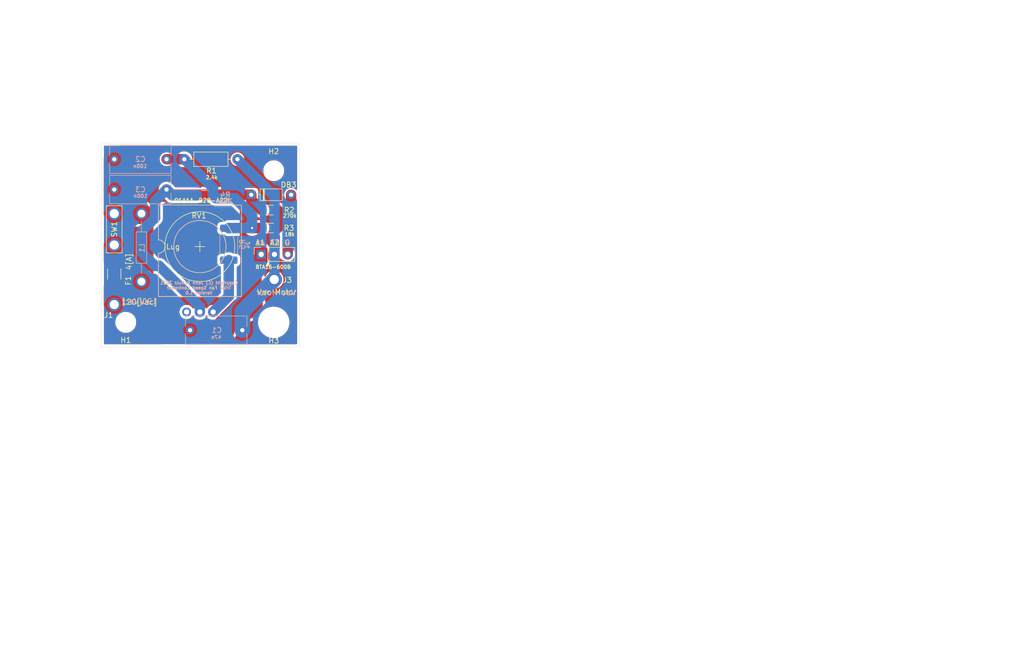
<source format=kicad_pcb>
(kicad_pcb (version 20171130) (host pcbnew "(5.1.9)-1")

  (general
    (thickness 1.6)
    (drawings 45)
    (tracks 57)
    (zones 0)
    (modules 21)
    (nets 12)
  )

  (page USLetter)
  (title_block
    (title "Fan Speed Controller")
    (date 2021-02-01)
    (rev 1.0)
    (company "Alledged Tech")
    (comment 1 "John Schulz")
  )

  (layers
    (0 F.Cu jumper)
    (31 B.Cu signal)
    (32 B.Adhes user hide)
    (33 F.Adhes user hide)
    (34 B.Paste user hide)
    (35 F.Paste user hide)
    (36 B.SilkS user)
    (37 F.SilkS user)
    (38 B.Mask user hide)
    (39 F.Mask user hide)
    (40 Dwgs.User user hide)
    (41 Cmts.User user hide)
    (42 Eco1.User user hide)
    (43 Eco2.User user hide)
    (44 Edge.Cuts user)
    (45 Margin user hide)
    (46 B.CrtYd user)
    (47 F.CrtYd user)
    (48 B.Fab user hide)
    (49 F.Fab user hide)
  )

  (setup
    (last_trace_width 0.25)
    (user_trace_width 1)
    (user_trace_width 10)
    (trace_clearance 0.2)
    (zone_clearance 0.508)
    (zone_45_only no)
    (trace_min 0.1524)
    (via_size 0.8)
    (via_drill 0.4)
    (via_min_size 0.6)
    (via_min_drill 0.3)
    (uvia_size 0.8)
    (uvia_drill 0.4)
    (uvias_allowed no)
    (uvia_min_size 0)
    (uvia_min_drill 0)
    (edge_width 0.05)
    (segment_width 0.2)
    (pcb_text_width 0.3)
    (pcb_text_size 1.5 1.5)
    (mod_edge_width 0.12)
    (mod_text_size 1 1)
    (mod_text_width 0.15)
    (pad_size 3 3)
    (pad_drill 3)
    (pad_to_mask_clearance 0.0762)
    (solder_mask_min_width 0.1016)
    (aux_axis_origin 0 0)
    (visible_elements 7FFFFFFF)
    (pcbplotparams
      (layerselection 0x010fc_ffffffff)
      (usegerberextensions false)
      (usegerberattributes true)
      (usegerberadvancedattributes true)
      (creategerberjobfile true)
      (excludeedgelayer true)
      (linewidth 0.100000)
      (plotframeref false)
      (viasonmask false)
      (mode 1)
      (useauxorigin false)
      (hpglpennumber 1)
      (hpglpenspeed 20)
      (hpglpendiameter 15.000000)
      (psnegative false)
      (psa4output false)
      (plotreference true)
      (plotvalue true)
      (plotinvisibletext false)
      (padsonsilk false)
      (subtractmaskfromsilk false)
      (outputformat 1)
      (mirror false)
      (drillshape 1)
      (scaleselection 1)
      (outputdirectory ""))
  )

  (net 0 "")
  (net 1 "Net-(C1-Pad2)")
  (net 2 "Net-(C1-Pad1)")
  (net 3 "Net-(C2-Pad2)")
  (net 4 "Net-(C2-Pad1)")
  (net 5 "Net-(C3-Pad2)")
  (net 6 "Net-(D1-Pad2)")
  (net 7 "Net-(R2-Pad2)")
  (net 8 "Net-(F1-Pad2)")
  (net 9 "Net-(F1-Pad1)")
  (net 10 "Net-(R5-Pad1)")
  (net 11 "Net-(RV1-Pad1)")

  (net_class Default "This is the default net class."
    (clearance 0.2)
    (trace_width 0.25)
    (via_dia 0.8)
    (via_drill 0.4)
    (uvia_dia 0.8)
    (uvia_drill 0.4)
    (add_net "Net-(C1-Pad1)")
    (add_net "Net-(C1-Pad2)")
    (add_net "Net-(C2-Pad1)")
    (add_net "Net-(C2-Pad2)")
    (add_net "Net-(C3-Pad2)")
    (add_net "Net-(D1-Pad2)")
    (add_net "Net-(F1-Pad1)")
    (add_net "Net-(F1-Pad2)")
    (add_net "Net-(R2-Pad2)")
    (add_net "Net-(R5-Pad1)")
    (add_net "Net-(RV1-Pad1)")
  )

  (module "" (layer F.Cu) (tedit 0) (tstamp 0)
    (at 110.9 31.9)
    (fp_text reference "" (at 157.4 78.1) (layer F.SilkS)
      (effects (font (size 1.27 1.27) (thickness 0.15)))
    )
    (fp_text value "" (at 157.4 78.1) (layer F.SilkS)
      (effects (font (size 1.27 1.27) (thickness 0.15)))
    )
  )

  (module "" (layer F.Cu) (tedit 0) (tstamp 0)
    (at 157.4 78.1)
    (fp_text reference "" (at 148.87 78.81) (layer F.SilkS)
      (effects (font (size 1.27 1.27) (thickness 0.15)))
    )
    (fp_text value "" (at 148.87 78.81) (layer F.SilkS)
      (effects (font (size 1.27 1.27) (thickness 0.15)))
    )
  )

  (module my_lib:91A1A-B28-A22L-Bottom locked (layer F.Cu) (tedit 60232328) (tstamp 6019AECC)
    (at 148.87 78.81)
    (descr "Bourns Potentiometer, Bottom Mounting")
    (path /6015FDD5)
    (fp_text reference RV1 (at -0.17 -5.91) (layer F.SilkS)
      (effects (font (size 1 1) (thickness 0.15)))
    )
    (fp_text value R_POT_10_to_300k (at 0 2.6) (layer F.Fab) hide
      (effects (font (size 1 1) (thickness 0.15)))
    )
    (fp_circle (center 0 0) (end 5.00064 0) (layer B.SilkS) (width 0.12))
    (fp_circle (center 0 0) (end 5 0.08) (layer F.SilkS) (width 0.12))
    (fp_line (start -7.94 9.53) (end -7.94 1.29) (layer B.SilkS) (width 0.12))
    (fp_line (start 7.94 9.53) (end -7.94 9.53) (layer B.SilkS) (width 0.12))
    (fp_line (start 7.94 -7.92) (end 7.94 9.53) (layer B.SilkS) (width 0.12))
    (fp_line (start -7.94 -7.92) (end 7.94 -7.92) (layer B.SilkS) (width 0.12))
    (fp_line (start -7.94 -1.29) (end -7.94 -7.92) (layer B.SilkS) (width 0.12))
    (fp_line (start -7.94 9.53) (end -7.94 1.29) (layer F.SilkS) (width 0.12))
    (fp_line (start 1 0) (end -1 0) (layer F.SilkS) (width 0.12))
    (fp_line (start 0 -1) (end 0 1) (layer F.SilkS) (width 0.12))
    (fp_line (start 0 1) (end 0 -1) (layer Dwgs.User) (width 0.12))
    (fp_line (start -1 0) (end 1 0) (layer Dwgs.User) (width 0.12))
    (fp_line (start 7.94 9.53) (end -7.94 9.53) (layer F.SilkS) (width 0.12))
    (fp_line (start 7.94 -7.92) (end 7.94 9.53) (layer F.SilkS) (width 0.12))
    (fp_line (start -7.94 -7.92) (end 7.94 -7.92) (layer F.SilkS) (width 0.12))
    (fp_line (start -7.94 -1.29) (end -7.94 -7.92) (layer F.SilkS) (width 0.12))
    (fp_line (start -2.95 13) (end -2.95 9.53) (layer Dwgs.User) (width 0.12))
    (fp_line (start -2.14 13) (end -2.14 9.53) (layer Dwgs.User) (width 0.12))
    (fp_line (start 2.14 13) (end 2.14 9.53) (layer Dwgs.User) (width 0.12))
    (fp_line (start 2.95 13) (end 2.95 9.53) (layer Dwgs.User) (width 0.12))
    (fp_line (start 0.41 13) (end 0.41 9.53) (layer Dwgs.User) (width 0.12))
    (fp_line (start -0.4 9.53) (end -0.4 13) (layer Dwgs.User) (width 0.12))
    (fp_line (start -7.94 1.19) (end -7.94 7.37) (layer F.CrtYd) (width 0.12))
    (fp_circle (center 0 0) (end 6.680007 0) (layer Dwgs.User) (width 0.12))
    (fp_line (start -7.94 -1.19) (end -7.94 -5.76) (layer F.CrtYd) (width 0.12))
    (fp_line (start 7.94 -5.76) (end 7.94 7.37) (layer F.CrtYd) (width 0.12))
    (fp_line (start 5.78 9.53) (end -5.78 9.53) (layer F.CrtYd) (width 0.12))
    (fp_line (start 5.78 -7.92) (end -5.78 -7.92) (layer F.CrtYd) (width 0.12))
    (fp_circle (center 0 0) (end 6.680007 0) (layer F.SilkS) (width 0.12))
    (fp_text user 91A1A-B28-A22L (at 0.53 -8.81) (layer F.SilkS)
      (effects (font (size 0.8 0.8) (thickness 0.15)))
    )
    (fp_text user Lug (at -5.13 0.02) (layer F.SilkS)
      (effects (font (size 1 1) (thickness 0.15)))
    )
    (fp_arc (start -7.94 0) (end -7.94 -1.29) (angle 180) (layer F.SilkS) (width 0.12))
    (fp_arc (start 5.78 7.37) (end 7.94 7.37) (angle 90) (layer F.CrtYd) (width 0.12))
    (fp_arc (start -5.78 7.37) (end -5.78 9.53) (angle 90) (layer F.CrtYd) (width 0.12))
    (fp_arc (start 5.78 -5.76) (end 5.78 -7.92) (angle 90) (layer F.CrtYd) (width 0.12))
    (fp_arc (start -5.78 -5.76) (end -7.94 -5.76) (angle 90) (layer F.CrtYd) (width 0.12))
    (fp_arc (start -7.94 0) (end -7.94 -1.19) (angle 180) (layer F.CrtYd) (width 0.12))
    (pad 1 thru_hole circle (at -2.54 12.5) (size 1.7 1.7) (drill 1) (layers *.Cu *.Mask)
      (net 11 "Net-(RV1-Pad1)"))
    (pad 3 thru_hole circle (at 2.54 12.5) (size 1.7 1.7) (drill 1) (layers *.Cu *.Mask)
      (net 10 "Net-(R5-Pad1)"))
    (pad 2 thru_hole circle (at 0 12.5) (size 1.7 1.7) (drill 1) (layers *.Cu *.Mask)
      (net 5 "Net-(C3-Pad2)"))
  )

  (module Resistor_SMD:R_2512_6332Metric_Pad1.40x3.35mm_HandSolder (layer B.Cu) (tedit 5F68FEEE) (tstamp 602326A0)
    (at 154.4 78.35 90)
    (descr "Resistor SMD 2512 (6332 Metric), square (rectangular) end terminal, IPC_7351 nominal with elongated pad for handsoldering. (Body size source: IPC-SM-782 page 72, https://www.pcb-3d.com/wordpress/wp-content/uploads/ipc-sm-782a_amendment_1_and_2.pdf), generated with kicad-footprint-generator")
    (tags "resistor handsolder")
    (path /60235B11)
    (attr smd)
    (fp_text reference R5 (at 0 2.62 270) (layer B.SilkS)
      (effects (font (size 1 1) (thickness 0.15)) (justify mirror))
    )
    (fp_text value 24 (at 0 -2.62 270) (layer B.Fab)
      (effects (font (size 1 1) (thickness 0.15)) (justify mirror))
    )
    (fp_line (start 4 -1.92) (end -4 -1.92) (layer B.CrtYd) (width 0.05))
    (fp_line (start 4 1.92) (end 4 -1.92) (layer B.CrtYd) (width 0.05))
    (fp_line (start -4 1.92) (end 4 1.92) (layer B.CrtYd) (width 0.05))
    (fp_line (start -4 -1.92) (end -4 1.92) (layer B.CrtYd) (width 0.05))
    (fp_line (start -2.177064 -1.71) (end 2.177064 -1.71) (layer B.SilkS) (width 0.12))
    (fp_line (start -2.177064 1.71) (end 2.177064 1.71) (layer B.SilkS) (width 0.12))
    (fp_line (start 3.15 -1.6) (end -3.15 -1.6) (layer B.Fab) (width 0.1))
    (fp_line (start 3.15 1.6) (end 3.15 -1.6) (layer B.Fab) (width 0.1))
    (fp_line (start -3.15 1.6) (end 3.15 1.6) (layer B.Fab) (width 0.1))
    (fp_line (start -3.15 -1.6) (end -3.15 1.6) (layer B.Fab) (width 0.1))
    (fp_text user %R (at 0 0 270) (layer B.Fab)
      (effects (font (size 1 1) (thickness 0.15)) (justify mirror))
    )
    (pad 2 smd roundrect (at 3.05 0 90) (size 1.4 3.35) (layers B.Cu B.Paste B.Mask) (roundrect_rratio 0.178571)
      (net 3 "Net-(C2-Pad2)"))
    (pad 1 smd roundrect (at -3.05 0 90) (size 1.4 3.35) (layers B.Cu B.Paste B.Mask) (roundrect_rratio 0.178571)
      (net 10 "Net-(R5-Pad1)"))
    (model ${KISYS3DMOD}/Resistor_SMD.3dshapes/R_2512_6332Metric.wrl
      (at (xyz 0 0 0))
      (scale (xyz 1 1 1))
      (rotate (xyz 0 0 0))
    )
  )

  (module my_lib:GRS-2011-2055 (layer F.Cu) (tedit 601C9E54) (tstamp 601A2E73)
    (at 132.5 75.5 90)
    (descr "Switch Rocker SPST 16A 125V, 1.75D Holes, 6mm Pitch")
    (tags Switch)
    (path /6015D4A2)
    (fp_text reference SW1 (at 0 0 90) (layer F.SilkS)
      (effects (font (size 1 1) (thickness 0.15)))
    )
    (fp_text value SW_DIP_x01 (at -0.02 -2.4 90) (layer F.Fab) hide
      (effects (font (size 1 1) (thickness 0.15)))
    )
    (fp_line (start -4.5 -1.5) (end -4.5 1.5) (layer F.SilkS) (width 0.12))
    (fp_line (start 4.5 1.5) (end -4.5 1.5) (layer F.SilkS) (width 0.12))
    (fp_line (start 4.5 -1.5) (end 4.5 1.5) (layer F.SilkS) (width 0.12))
    (fp_line (start -4.5 -1.5) (end 4.5 -1.5) (layer F.SilkS) (width 0.12))
    (fp_line (start -4.6 -1.6) (end -4.6 1.6) (layer F.CrtYd) (width 0.12))
    (fp_line (start -4.6 1.6) (end 4.6 1.6) (layer F.CrtYd) (width 0.12))
    (fp_line (start 4.6 1.6) (end 4.6 -1.6) (layer F.CrtYd) (width 0.12))
    (fp_line (start 4.6 -1.6) (end -4.6 -1.6) (layer F.CrtYd) (width 0.12))
    (pad 2 thru_hole circle (at 3 0 90) (size 2.5 2.5) (drill 1.75) (layers *.Cu *.Mask)
      (net 4 "Net-(C2-Pad1)"))
    (pad 1 thru_hole circle (at -3 0 90) (size 2.5 2.5) (drill 1.75) (layers *.Cu *.Mask)
      (net 9 "Net-(F1-Pad1)"))
  )

  (module my_lib:FUSC6125X279N (layer F.Cu) (tedit 601AFF11) (tstamp 601B1CC0)
    (at 132.5 84.055 270)
    (path /601F88A7)
    (fp_text reference F1 (at 1.265 -2.68 270) (layer F.SilkS)
      (effects (font (size 1 1) (thickness 0.15)))
    )
    (fp_text value Fuse (at -0.155 0 180) (layer F.Fab)
      (effects (font (size 1 1) (thickness 0.015)))
    )
    (fp_line (start 3.05 -1.27) (end 3.05 1.27) (layer F.Fab) (width 0.127))
    (fp_line (start 3.05 1.27) (end -3.05 1.27) (layer F.Fab) (width 0.127))
    (fp_line (start -3.05 1.27) (end -3.05 -1.27) (layer F.Fab) (width 0.127))
    (fp_line (start -3.05 -1.27) (end 3.05 -1.27) (layer F.Fab) (width 0.127))
    (fp_line (start -3.78 1.72) (end -3.78 -1.72) (layer F.CrtYd) (width 0.05))
    (fp_line (start -3.78 -1.72) (end 3.78 -1.72) (layer F.CrtYd) (width 0.05))
    (fp_line (start 3.78 -1.72) (end 3.78 1.72) (layer F.CrtYd) (width 0.05))
    (fp_line (start 3.78 1.72) (end -3.78 1.72) (layer F.CrtYd) (width 0.05))
    (fp_line (start -1 -1.27) (end 1 -1.27) (layer F.SilkS) (width 0.127))
    (fp_line (start 1 1.27) (end -1 1.27) (layer F.SilkS) (width 0.127))
    (pad 2 smd rect (at 2.455 0 270) (size 2.15 2.8) (layers F.Cu F.Paste F.Mask)
      (net 8 "Net-(F1-Pad2)"))
    (pad 1 smd rect (at -2.455 0 270) (size 2.15 2.8) (layers F.Cu F.Paste F.Mask)
      (net 9 "Net-(F1-Pad1)"))
  )

  (module my_lib:TRIAC_Choke (layer B.Cu) (tedit 601B6214) (tstamp 601B2822)
    (at 137.7 79 270)
    (descr "Power Line Choke from AC Fan Speed Controller")
    (tags "Choke Inductor")
    (path /60162EE1)
    (fp_text reference L1 (at 0.1 -0.1 90) (layer B.SilkS)
      (effects (font (size 1 1) (thickness 0.15)) (justify mirror))
    )
    (fp_text value L_Core_Ferrite (at 0 2.000001 90) (layer B.Fab) hide
      (effects (font (size 1 1) (thickness 0.15)) (justify mirror))
    )
    (fp_line (start 1.6 0.6) (end 2.4 0.6) (layer Dwgs.User) (width 0.12))
    (fp_line (start 0.6 0.6) (end 1.4 0.6) (layer Dwgs.User) (width 0.12))
    (fp_line (start -0.4 0.6) (end 0.4 0.6) (layer Dwgs.User) (width 0.12))
    (fp_line (start -1.4 0.6) (end -0.6 0.6) (layer Dwgs.User) (width 0.12))
    (fp_line (start -2.4 0.6) (end -1.6 0.6) (layer Dwgs.User) (width 0.12))
    (fp_line (start 3.1 -1.1) (end -3.1 -1.1) (layer Dwgs.User) (width 0.12))
    (fp_line (start 3.1 1.1) (end 3.1 -1.1) (layer Dwgs.User) (width 0.12))
    (fp_line (start -3.1 1.1) (end 3.1 1.1) (layer Dwgs.User) (width 0.12))
    (fp_line (start -3.1 -1.1) (end -3.1 1.1) (layer Dwgs.User) (width 0.12))
    (fp_line (start -2.5 -0.1) (end -5 -0.1) (layer Dwgs.User) (width 0.12))
    (fp_line (start 2.5 -0.1) (end 5 -0.1) (layer Dwgs.User) (width 0.12))
    (fp_line (start 3 0) (end 5 0) (layer B.SilkS) (width 0.12))
    (fp_line (start -3 0) (end -5 0) (layer B.SilkS) (width 0.12))
    (fp_line (start 3 1) (end 3 0) (layer B.SilkS) (width 0.12))
    (fp_line (start -3 1) (end 3 1) (layer B.SilkS) (width 0.12))
    (fp_line (start -3 0) (end -3 1) (layer B.SilkS) (width 0.12))
    (fp_line (start -3 -1) (end -3 0) (layer B.SilkS) (width 0.12))
    (fp_line (start 3 -1) (end -3 -1) (layer B.SilkS) (width 0.12))
    (fp_line (start 3 0) (end 3 -1) (layer B.SilkS) (width 0.12))
    (fp_line (start 7.75 -0.01) (end 7.75 1.27) (layer B.CrtYd) (width 0.12))
    (fp_line (start 7.75 1.27) (end -7.77 1.27) (layer B.CrtYd) (width 0.12))
    (fp_line (start -7.77 1.27) (end -7.77 -1.35) (layer B.CrtYd) (width 0.12))
    (fp_line (start -7.77 -1.35) (end 7.75 -1.34) (layer B.CrtYd) (width 0.12))
    (fp_line (start 7.75 -1.34) (end 7.75 -0.01) (layer B.CrtYd) (width 0.12))
    (fp_arc (start 2.5 0.4) (end 2 0.4) (angle 90) (layer Dwgs.User) (width 0.12))
    (fp_arc (start 1.5 0.4) (end 1.5 -0.1) (angle 90) (layer Dwgs.User) (width 0.12))
    (fp_arc (start 1.5 0.4) (end 1 0.4) (angle 90) (layer Dwgs.User) (width 0.12))
    (fp_arc (start 0.5 0.4) (end 0.5 -0.1) (angle 90) (layer Dwgs.User) (width 0.12))
    (fp_arc (start 0.5 0.4) (end 0 0.4) (angle 90) (layer Dwgs.User) (width 0.12))
    (fp_arc (start -0.5 0.4) (end -0.5 -0.1) (angle 90) (layer Dwgs.User) (width 0.12))
    (fp_arc (start -0.5 0.4) (end -1 0.4) (angle 90) (layer Dwgs.User) (width 0.12))
    (fp_arc (start -1.5 0.4) (end -1.5 -0.1) (angle 90) (layer Dwgs.User) (width 0.12))
    (fp_arc (start -1.5 0.4) (end -2 0.4) (angle 90) (layer Dwgs.User) (width 0.12))
    (fp_arc (start -2.5 0.4) (end -2.5 -0.1) (angle 90) (layer Dwgs.User) (width 0.12))
    (pad 2 thru_hole circle (at 6.5 0 270) (size 2.2 2.2) (drill 1.5) (layers *.Cu *.Mask)
      (net 2 "Net-(C1-Pad1)"))
    (pad 1 thru_hole circle (at -6.5 0 270) (size 2.2 2.2) (drill 1.5) (layers *.Cu *.Mask)
      (net 4 "Net-(C2-Pad1)"))
  )

  (module Resistor_THT:R_Axial_DIN0207_L6.3mm_D2.5mm_P10.16mm_Horizontal (layer F.Cu) (tedit 5AE5139B) (tstamp 601A1F7E)
    (at 145.9 62.1)
    (descr "Resistor, Axial_DIN0207 series, Axial, Horizontal, pin pitch=10.16mm, 0.25W = 1/4W, length*diameter=6.3*2.5mm^2, http://cdn-reichelt.de/documents/datenblatt/B400/1_4W%23YAG.pdf")
    (tags "Resistor Axial_DIN0207 series Axial Horizontal pin pitch 10.16mm 0.25W = 1/4W length 6.3mm diameter 2.5mm")
    (path /60167983)
    (fp_text reference R1 (at 5.2 2.2) (layer F.SilkS)
      (effects (font (size 1 1) (thickness 0.15)))
    )
    (fp_text value 2.4k (at 3.3 0.6) (layer F.Fab)
      (effects (font (size 1 1) (thickness 0.15)))
    )
    (fp_line (start 1.93 -1.25) (end 1.93 1.25) (layer F.Fab) (width 0.1))
    (fp_line (start 1.93 1.25) (end 8.23 1.25) (layer F.Fab) (width 0.1))
    (fp_line (start 8.23 1.25) (end 8.23 -1.25) (layer F.Fab) (width 0.1))
    (fp_line (start 8.23 -1.25) (end 1.93 -1.25) (layer F.Fab) (width 0.1))
    (fp_line (start 0 0) (end 1.93 0) (layer F.Fab) (width 0.1))
    (fp_line (start 10.16 0) (end 8.23 0) (layer F.Fab) (width 0.1))
    (fp_line (start 1.81 -1.37) (end 1.81 1.37) (layer F.SilkS) (width 0.12))
    (fp_line (start 1.81 1.37) (end 8.35 1.37) (layer F.SilkS) (width 0.12))
    (fp_line (start 8.35 1.37) (end 8.35 -1.37) (layer F.SilkS) (width 0.12))
    (fp_line (start 8.35 -1.37) (end 1.81 -1.37) (layer F.SilkS) (width 0.12))
    (fp_line (start 1.04 0) (end 1.81 0) (layer F.SilkS) (width 0.12))
    (fp_line (start 9.12 0) (end 8.35 0) (layer F.SilkS) (width 0.12))
    (fp_line (start -1.05 -1.5) (end -1.05 1.5) (layer F.CrtYd) (width 0.05))
    (fp_line (start -1.05 1.5) (end 11.21 1.5) (layer F.CrtYd) (width 0.05))
    (fp_line (start 11.21 1.5) (end 11.21 -1.5) (layer F.CrtYd) (width 0.05))
    (fp_line (start 11.21 -1.5) (end -1.05 -1.5) (layer F.CrtYd) (width 0.05))
    (fp_text user %R (at 5.08 0) (layer F.Fab)
      (effects (font (size 1 1) (thickness 0.15)))
    )
    (pad 2 thru_hole oval (at 10.16 0) (size 1.6 1.6) (drill 0.8) (layers *.Cu *.Mask)
      (net 1 "Net-(C1-Pad2)"))
    (pad 1 thru_hole circle (at 0 0) (size 1.6 1.6) (drill 0.8) (layers *.Cu *.Mask)
      (net 3 "Net-(C2-Pad2)"))
    (model ${KISYS3DMOD}/Resistor_THT.3dshapes/R_Axial_DIN0207_L6.3mm_D2.5mm_P10.16mm_Horizontal.wrl
      (at (xyz 0 0 0))
      (scale (xyz 1 1 1))
      (rotate (xyz 0 0 0))
    )
  )

  (module Resistor_SMD:R_1206_3216Metric_Pad1.30x1.75mm_HandSolder (layer B.Cu) (tedit 5F68FEEE) (tstamp 601A11C1)
    (at 149.85 69)
    (descr "Resistor SMD 1206 (3216 Metric), square (rectangular) end terminal, IPC_7351 nominal with elongated pad for handsoldering. (Body size source: IPC-SM-782 page 72, https://www.pcb-3d.com/wordpress/wp-content/uploads/ipc-sm-782a_amendment_1_and_2.pdf), generated with kicad-footprint-generator")
    (tags "resistor handsolder")
    (path /601609DA)
    (attr smd)
    (fp_text reference R4 (at 3.9 -0.1) (layer B.SilkS)
      (effects (font (size 1 1) (thickness 0.15)) (justify mirror))
    )
    (fp_text value 240k (at -4.3 -0.2) (layer B.Fab)
      (effects (font (size 1 1) (thickness 0.15)) (justify mirror))
    )
    (fp_line (start -1.6 -0.8) (end -1.6 0.8) (layer B.Fab) (width 0.1))
    (fp_line (start -1.6 0.8) (end 1.6 0.8) (layer B.Fab) (width 0.1))
    (fp_line (start 1.6 0.8) (end 1.6 -0.8) (layer B.Fab) (width 0.1))
    (fp_line (start 1.6 -0.8) (end -1.6 -0.8) (layer B.Fab) (width 0.1))
    (fp_line (start -0.727064 0.91) (end 0.727064 0.91) (layer B.SilkS) (width 0.12))
    (fp_line (start -0.727064 -0.91) (end 0.727064 -0.91) (layer B.SilkS) (width 0.12))
    (fp_line (start -2.45 -1.12) (end -2.45 1.12) (layer B.CrtYd) (width 0.05))
    (fp_line (start -2.45 1.12) (end 2.45 1.12) (layer B.CrtYd) (width 0.05))
    (fp_line (start 2.45 1.12) (end 2.45 -1.12) (layer B.CrtYd) (width 0.05))
    (fp_line (start 2.45 -1.12) (end -2.45 -1.12) (layer B.CrtYd) (width 0.05))
    (fp_text user %R (at 0 0) (layer B.Fab)
      (effects (font (size 0.8 0.8) (thickness 0.12)) (justify mirror))
    )
    (pad 2 smd roundrect (at 1.55 0) (size 1.3 1.75) (layers B.Cu B.Paste B.Mask) (roundrect_rratio 0.192308)
      (net 3 "Net-(C2-Pad2)"))
    (pad 1 smd roundrect (at -1.55 0) (size 1.3 1.75) (layers B.Cu B.Paste B.Mask) (roundrect_rratio 0.192308)
      (net 5 "Net-(C3-Pad2)"))
    (model ${KISYS3DMOD}/Resistor_SMD.3dshapes/R_1206_3216Metric.wrl
      (at (xyz 0 0 0))
      (scale (xyz 1 1 1))
      (rotate (xyz 0 0 0))
    )
  )

  (module Resistor_SMD:R_1206_3216Metric_Pad1.30x1.75mm_HandSolder (layer F.Cu) (tedit 5F68FEEE) (tstamp 601A1E52)
    (at 162.21 75.26 180)
    (descr "Resistor SMD 1206 (3216 Metric), square (rectangular) end terminal, IPC_7351 nominal with elongated pad for handsoldering. (Body size source: IPC-SM-782 page 72, https://www.pcb-3d.com/wordpress/wp-content/uploads/ipc-sm-782a_amendment_1_and_2.pdf), generated with kicad-footprint-generator")
    (tags "resistor handsolder")
    (path /601686A2)
    (attr smd)
    (fp_text reference R3 (at -3.7 0) (layer F.SilkS)
      (effects (font (size 1 1) (thickness 0.15)))
    )
    (fp_text value 18k (at 3.8 0) (layer F.Fab)
      (effects (font (size 1 1) (thickness 0.15)))
    )
    (fp_line (start -1.6 0.8) (end -1.6 -0.8) (layer F.Fab) (width 0.1))
    (fp_line (start -1.6 -0.8) (end 1.6 -0.8) (layer F.Fab) (width 0.1))
    (fp_line (start 1.6 -0.8) (end 1.6 0.8) (layer F.Fab) (width 0.1))
    (fp_line (start 1.6 0.8) (end -1.6 0.8) (layer F.Fab) (width 0.1))
    (fp_line (start -0.727064 -0.91) (end 0.727064 -0.91) (layer F.SilkS) (width 0.12))
    (fp_line (start -0.727064 0.91) (end 0.727064 0.91) (layer F.SilkS) (width 0.12))
    (fp_line (start -2.45 1.12) (end -2.45 -1.12) (layer F.CrtYd) (width 0.05))
    (fp_line (start -2.45 -1.12) (end 2.45 -1.12) (layer F.CrtYd) (width 0.05))
    (fp_line (start 2.45 -1.12) (end 2.45 1.12) (layer F.CrtYd) (width 0.05))
    (fp_line (start 2.45 1.12) (end -2.45 1.12) (layer F.CrtYd) (width 0.05))
    (fp_text user %R (at 0 0) (layer F.Fab)
      (effects (font (size 0.8 0.8) (thickness 0.12)))
    )
    (pad 2 smd roundrect (at 1.55 0 180) (size 1.3 1.75) (layers F.Cu F.Paste F.Mask) (roundrect_rratio 0.192308)
      (net 3 "Net-(C2-Pad2)"))
    (pad 1 smd roundrect (at -1.55 0 180) (size 1.3 1.75) (layers F.Cu F.Paste F.Mask) (roundrect_rratio 0.192308)
      (net 7 "Net-(R2-Pad2)"))
    (model ${KISYS3DMOD}/Resistor_SMD.3dshapes/R_1206_3216Metric.wrl
      (at (xyz 0 0 0))
      (scale (xyz 1 1 1))
      (rotate (xyz 0 0 0))
    )
  )

  (module Resistor_SMD:R_1206_3216Metric_Pad1.30x1.75mm_HandSolder (layer F.Cu) (tedit 5F68FEEE) (tstamp 601A2D73)
    (at 162.21 71.82)
    (descr "Resistor SMD 1206 (3216 Metric), square (rectangular) end terminal, IPC_7351 nominal with elongated pad for handsoldering. (Body size source: IPC-SM-782 page 72, https://www.pcb-3d.com/wordpress/wp-content/uploads/ipc-sm-782a_amendment_1_and_2.pdf), generated with kicad-footprint-generator")
    (tags "resistor handsolder")
    (path /60168125)
    (attr smd)
    (fp_text reference R2 (at 3.75 0) (layer F.SilkS)
      (effects (font (size 1 1) (thickness 0.15)))
    )
    (fp_text value 270k (at -4.45 0) (layer F.Fab)
      (effects (font (size 1 1) (thickness 0.15)))
    )
    (fp_line (start -1.6 0.8) (end -1.6 -0.8) (layer F.Fab) (width 0.1))
    (fp_line (start -1.6 -0.8) (end 1.6 -0.8) (layer F.Fab) (width 0.1))
    (fp_line (start 1.6 -0.8) (end 1.6 0.8) (layer F.Fab) (width 0.1))
    (fp_line (start 1.6 0.8) (end -1.6 0.8) (layer F.Fab) (width 0.1))
    (fp_line (start -0.727064 -0.91) (end 0.727064 -0.91) (layer F.SilkS) (width 0.12))
    (fp_line (start -0.727064 0.91) (end 0.727064 0.91) (layer F.SilkS) (width 0.12))
    (fp_line (start -2.45 1.12) (end -2.45 -1.12) (layer F.CrtYd) (width 0.05))
    (fp_line (start -2.45 -1.12) (end 2.45 -1.12) (layer F.CrtYd) (width 0.05))
    (fp_line (start 2.45 -1.12) (end 2.45 1.12) (layer F.CrtYd) (width 0.05))
    (fp_line (start 2.45 1.12) (end -2.45 1.12) (layer F.CrtYd) (width 0.05))
    (fp_text user %R (at 0 0) (layer F.Fab)
      (effects (font (size 0.8 0.8) (thickness 0.12)))
    )
    (pad 2 smd roundrect (at 1.55 0) (size 1.3 1.75) (layers F.Cu F.Paste F.Mask) (roundrect_rratio 0.192308)
      (net 7 "Net-(R2-Pad2)"))
    (pad 1 smd roundrect (at -1.55 0) (size 1.3 1.75) (layers F.Cu F.Paste F.Mask) (roundrect_rratio 0.192308)
      (net 5 "Net-(C3-Pad2)"))
    (model ${KISYS3DMOD}/Resistor_SMD.3dshapes/R_1206_3216Metric.wrl
      (at (xyz 0 0 0))
      (scale (xyz 1 1 1))
      (rotate (xyz 0 0 0))
    )
  )

  (module Connector_PinSocket_2.54mm:PinSocket_1x03_P2.54mm_Vertical (layer F.Cu) (tedit 5A19A429) (tstamp 6019EAED)
    (at 160.6 80.3 90)
    (descr "Through hole straight socket strip, 1x03, 2.54mm pitch, single row (from Kicad 4.0.7), script generated")
    (tags "Through hole socket strip THT 1x03 2.54mm single row")
    (path /6015E77A)
    (fp_text reference Q1 (at 0 -2.77 90) (layer F.SilkS) hide
      (effects (font (size 1 1) (thickness 0.15)))
    )
    (fp_text value BTA16-600B (at -1.9 2.7 180) (layer F.Fab)
      (effects (font (size 1 1) (thickness 0.15)))
    )
    (fp_line (start -1.27 -1.27) (end 0.635 -1.27) (layer F.Fab) (width 0.1))
    (fp_line (start 0.635 -1.27) (end 1.27 -0.635) (layer F.Fab) (width 0.1))
    (fp_line (start 1.27 -0.635) (end 1.27 6.35) (layer F.Fab) (width 0.1))
    (fp_line (start 1.27 6.35) (end -1.27 6.35) (layer F.Fab) (width 0.1))
    (fp_line (start -1.27 6.35) (end -1.27 -1.27) (layer F.Fab) (width 0.1))
    (fp_line (start -1.33 1.27) (end 1.33 1.27) (layer F.SilkS) (width 0.12))
    (fp_line (start -1.33 1.27) (end -1.33 6.41) (layer F.SilkS) (width 0.12))
    (fp_line (start -1.33 6.41) (end 1.33 6.41) (layer F.SilkS) (width 0.12))
    (fp_line (start 1.33 1.27) (end 1.33 6.41) (layer F.SilkS) (width 0.12))
    (fp_line (start 1.33 -1.33) (end 1.33 0) (layer F.SilkS) (width 0.12))
    (fp_line (start 0 -1.33) (end 1.33 -1.33) (layer F.SilkS) (width 0.12))
    (fp_line (start -1.8 -1.8) (end 1.75 -1.8) (layer F.CrtYd) (width 0.05))
    (fp_line (start 1.75 -1.8) (end 1.75 6.85) (layer F.CrtYd) (width 0.05))
    (fp_line (start 1.75 6.85) (end -1.8 6.85) (layer F.CrtYd) (width 0.05))
    (fp_line (start -1.8 6.85) (end -1.8 -1.8) (layer F.CrtYd) (width 0.05))
    (fp_text user %R (at 0 2.54) (layer F.Fab)
      (effects (font (size 1 1) (thickness 0.15)))
    )
    (pad 3 thru_hole oval (at 0 5.08 90) (size 1.7 1.7) (drill 1) (layers *.Cu *.Mask)
      (net 6 "Net-(D1-Pad2)"))
    (pad 2 thru_hole oval (at 0 2.54 90) (size 1.7 1.7) (drill 1) (layers *.Cu *.Mask)
      (net 1 "Net-(C1-Pad2)"))
    (pad 1 thru_hole rect (at 0 0 90) (size 1.7 1.7) (drill 1) (layers *.Cu *.Mask)
      (net 2 "Net-(C1-Pad1)"))
    (model ${KISYS3DMOD}/Connector_PinSocket_2.54mm.3dshapes/PinSocket_1x03_P2.54mm_Vertical.wrl
      (at (xyz 0 0 0))
      (scale (xyz 1 1 1))
      (rotate (xyz 0 0 0))
    )
  )

  (module Capacitor_THT:C_Rect_L11.5mm_W5.2mm_P10.00mm_MKT (layer B.Cu) (tedit 5AE50EF0) (tstamp 601AFB75)
    (at 132.5 67.9)
    (descr "C, Rect series, Radial, pin pitch=10.00mm, , length*width=11.5*5.2mm^2, Capacitor, https://en.tdk.eu/inf/20/20/db/fc_2009/MKT_B32560_564.pdf")
    (tags "C Rect series Radial pin pitch 10.00mm  length 11.5mm width 5.2mm Capacitor")
    (path /60165C6C)
    (fp_text reference C3 (at 5 0) (layer B.SilkS)
      (effects (font (size 1 1) (thickness 0.15)) (justify mirror))
    )
    (fp_text value 100n (at 5 -2) (layer B.Fab)
      (effects (font (size 1 1) (thickness 0.15)) (justify mirror))
    )
    (fp_line (start -0.75 2.6) (end -0.75 -2.6) (layer B.Fab) (width 0.1))
    (fp_line (start -0.75 -2.6) (end 10.75 -2.6) (layer B.Fab) (width 0.1))
    (fp_line (start 10.75 -2.6) (end 10.75 2.6) (layer B.Fab) (width 0.1))
    (fp_line (start 10.75 2.6) (end -0.75 2.6) (layer B.Fab) (width 0.1))
    (fp_line (start -0.87 2.72) (end 10.87 2.72) (layer B.SilkS) (width 0.12))
    (fp_line (start -0.87 -2.72) (end 10.87 -2.72) (layer B.SilkS) (width 0.12))
    (fp_line (start -0.87 2.72) (end -0.87 0.665) (layer B.SilkS) (width 0.12))
    (fp_line (start -0.87 -0.665) (end -0.87 -2.72) (layer B.SilkS) (width 0.12))
    (fp_line (start 10.87 2.72) (end 10.87 0.665) (layer B.SilkS) (width 0.12))
    (fp_line (start 10.87 -0.665) (end 10.87 -2.72) (layer B.SilkS) (width 0.12))
    (fp_line (start -1.05 2.85) (end -1.05 -2.85) (layer B.CrtYd) (width 0.05))
    (fp_line (start -1.05 -2.85) (end 11.05 -2.85) (layer B.CrtYd) (width 0.05))
    (fp_line (start 11.05 -2.85) (end 11.05 2.85) (layer B.CrtYd) (width 0.05))
    (fp_line (start 11.05 2.85) (end -1.05 2.85) (layer B.CrtYd) (width 0.05))
    (fp_text user %R (at 5 0 180) (layer B.Fab)
      (effects (font (size 1 1) (thickness 0.15)) (justify mirror))
    )
    (pad 2 thru_hole circle (at 10 0) (size 1.6 1.6) (drill 0.8) (layers *.Cu *.Mask)
      (net 5 "Net-(C3-Pad2)"))
    (pad 1 thru_hole circle (at 0 0) (size 1.6 1.6) (drill 0.8) (layers *.Cu *.Mask)
      (net 4 "Net-(C2-Pad1)"))
    (model ${KISYS3DMOD}/Capacitor_THT.3dshapes/C_Rect_L11.5mm_W5.2mm_P10.00mm_MKT.wrl
      (at (xyz 0 0 0))
      (scale (xyz 1 1 1))
      (rotate (xyz 0 0 0))
    )
  )

  (module Capacitor_THT:C_Rect_L11.5mm_W5.2mm_P10.00mm_MKT (layer B.Cu) (tedit 5AE50EF0) (tstamp 601B26CB)
    (at 147 94.8)
    (descr "C, Rect series, Radial, pin pitch=10.00mm, , length*width=11.5*5.2mm^2, Capacitor, https://en.tdk.eu/inf/20/20/db/fc_2009/MKT_B32560_564.pdf")
    (tags "C Rect series Radial pin pitch 10.00mm  length 11.5mm width 5.2mm Capacitor")
    (path /60161B5F)
    (fp_text reference C1 (at 5.1 0) (layer B.SilkS)
      (effects (font (size 1 1) (thickness 0.15)) (justify mirror))
    )
    (fp_text value 47n (at 5 -3.85) (layer B.Fab)
      (effects (font (size 1 1) (thickness 0.15)) (justify mirror))
    )
    (fp_line (start -0.75 2.6) (end -0.75 -2.6) (layer B.Fab) (width 0.1))
    (fp_line (start -0.75 -2.6) (end 10.75 -2.6) (layer B.Fab) (width 0.1))
    (fp_line (start 10.75 -2.6) (end 10.75 2.6) (layer B.Fab) (width 0.1))
    (fp_line (start 10.75 2.6) (end -0.75 2.6) (layer B.Fab) (width 0.1))
    (fp_line (start -0.87 2.72) (end 10.87 2.72) (layer B.SilkS) (width 0.12))
    (fp_line (start -0.87 -2.72) (end 10.87 -2.72) (layer B.SilkS) (width 0.12))
    (fp_line (start -0.87 2.72) (end -0.87 0.665) (layer B.SilkS) (width 0.12))
    (fp_line (start -0.87 -0.665) (end -0.87 -2.72) (layer B.SilkS) (width 0.12))
    (fp_line (start 10.87 2.72) (end 10.87 0.665) (layer B.SilkS) (width 0.12))
    (fp_line (start 10.87 -0.665) (end 10.87 -2.72) (layer B.SilkS) (width 0.12))
    (fp_line (start -1.05 2.85) (end -1.05 -2.85) (layer B.CrtYd) (width 0.05))
    (fp_line (start -1.05 -2.85) (end 11.05 -2.85) (layer B.CrtYd) (width 0.05))
    (fp_line (start 11.05 -2.85) (end 11.05 2.85) (layer B.CrtYd) (width 0.05))
    (fp_line (start 11.05 2.85) (end -1.05 2.85) (layer B.CrtYd) (width 0.05))
    (fp_text user %R (at 5 0) (layer B.Fab)
      (effects (font (size 1 1) (thickness 0.15)) (justify mirror))
    )
    (pad 2 thru_hole circle (at 10 0) (size 1.6 1.6) (drill 0.8) (layers *.Cu *.Mask)
      (net 1 "Net-(C1-Pad2)"))
    (pad 1 thru_hole circle (at 0 0) (size 1.6 1.6) (drill 0.8) (layers *.Cu *.Mask)
      (net 2 "Net-(C1-Pad1)"))
    (model ${KISYS3DMOD}/Capacitor_THT.3dshapes/C_Rect_L11.5mm_W5.2mm_P10.00mm_MKT.wrl
      (at (xyz 0 0 0))
      (scale (xyz 1 1 1))
      (rotate (xyz 0 0 0))
    )
  )

  (module MountingHole:MountingHole_3mm locked (layer F.Cu) (tedit 56D1B4CB) (tstamp 6018960A)
    (at 134.7 93.3)
    (descr "Mounting Hole 3mm, no annular")
    (tags "mounting hole 3mm no annular")
    (path /6019952B)
    (fp_text reference H1 (at -0.01 3.39) (layer F.SilkS)
      (effects (font (size 1 1) (thickness 0.15)))
    )
    (fp_text value MountingHole (at 0 4) (layer F.Fab) hide
      (effects (font (size 1 1) (thickness 0.15)))
    )
    (fp_circle (center 0 0) (end 3 0) (layer Cmts.User) (width 0.15))
    (fp_circle (center 0 0) (end 3.25 0) (layer F.CrtYd) (width 0.05))
    (fp_text user %R (at 0.3 0) (layer F.Fab)
      (effects (font (size 1 1) (thickness 0.15)))
    )
    (pad 1 np_thru_hole circle (at 0 0) (size 3 3) (drill 3) (layers *.Cu *.Mask))
  )

  (module MountingHole:MountingHole_5mm locked (layer F.Cu) (tedit 56D1B4CB) (tstamp 60189425)
    (at 163 93.3)
    (descr "Mounting Hole 5mm, no annular")
    (tags "mounting hole 5mm no annular")
    (path /601A8BC6)
    (fp_text reference H3 (at 0 3.5) (layer F.SilkS)
      (effects (font (size 1 1) (thickness 0.15)))
    )
    (fp_text value MountingHole (at 0 6) (layer F.Fab) hide
      (effects (font (size 1 1) (thickness 0.15)))
    )
    (fp_circle (center 0 0) (end 5 0) (layer Cmts.User) (width 0.15))
    (fp_circle (center 0 0) (end 5.25 0) (layer F.CrtYd) (width 0.05))
    (fp_text user %R (at 0.3 0) (layer F.Fab)
      (effects (font (size 1 1) (thickness 0.15)))
    )
    (pad 1 np_thru_hole circle (at 0 0) (size 5 5) (drill 5) (layers *.Cu *.Mask))
  )

  (module MountingHole:MountingHole_3mm locked (layer F.Cu) (tedit 56D1B4CB) (tstamp 6018943A)
    (at 163 64.3)
    (descr "Mounting Hole 3mm, no annular")
    (tags "mounting hole 3mm no annular")
    (path /60199F82)
    (attr virtual)
    (fp_text reference H2 (at 0 -3.7) (layer F.SilkS)
      (effects (font (size 1 1) (thickness 0.15)))
    )
    (fp_text value MountingHole (at 0 4) (layer F.Fab) hide
      (effects (font (size 1 1) (thickness 0.15)))
    )
    (fp_circle (center 0 0) (end 3 0) (layer Cmts.User) (width 0.15))
    (fp_circle (center 0 0) (end 3.25 0) (layer F.CrtYd) (width 0.05))
    (fp_text user %R (at 0.3 0) (layer F.Fab)
      (effects (font (size 1 1) (thickness 0.15)))
    )
    (pad 1 np_thru_hole circle (at 0 0) (size 3 3) (drill 3) (layers *.Cu *.Mask))
  )

  (module my_lib:Pin_D1.7mm (layer F.Cu) (tedit 601760C8) (tstamp 601A314E)
    (at 163.1 85.1)
    (descr "1.7mm diameter through-hole")
    (path /6019D4F4)
    (fp_text reference J3 (at 2.5 0.1) (layer F.SilkS)
      (effects (font (size 1 1) (thickness 0.15)))
    )
    (fp_text value WhiteWire (at 0.01 -1.51) (layer F.Fab) hide
      (effects (font (size 1 1) (thickness 0.15)))
    )
    (pad 1 thru_hole circle (at 0 0) (size 2.5 2.5) (drill 1.75) (layers *.Cu *.Mask)
      (net 1 "Net-(C1-Pad2)"))
  )

  (module my_lib:Pin_D1.7mm (layer F.Cu) (tedit 601760C8) (tstamp 6019E3E5)
    (at 132.5 89.9)
    (descr "1.7mm diameter through-hole")
    (path /6019ADD1)
    (fp_text reference J1 (at -1.09 2.02) (layer F.SilkS)
      (effects (font (size 1 1) (thickness 0.15)))
    )
    (fp_text value BlackWire (at 0.01 -1.51) (layer F.Fab) hide
      (effects (font (size 1 1) (thickness 0.15)))
    )
    (pad 1 thru_hole circle (at 0 0) (size 2.5 2.5) (drill 1.75) (layers *.Cu *.Mask)
      (net 8 "Net-(F1-Pad2)"))
  )

  (module Diode_THT:D_DO-35_SOD27_P7.62mm_Horizontal (layer F.Cu) (tedit 5AE50CD5) (tstamp 601B2CE0)
    (at 158.7 68.9)
    (descr "Diode, DO-35_SOD27 series, Axial, Horizontal, pin pitch=7.62mm, , length*diameter=4*2mm^2, , http://www.diodes.com/_files/packages/DO-35.pdf")
    (tags "Diode DO-35_SOD27 series Axial Horizontal pin pitch 7.62mm  length 4mm diameter 2mm")
    (path /6015DC43)
    (fp_text reference D1 (at 4.12 -0.1) (layer F.SilkS) hide
      (effects (font (size 1 1) (thickness 0.15)))
    )
    (fp_text value DB3 (at 4.5 -0.5) (layer F.Fab)
      (effects (font (size 1 1) (thickness 0.15)))
    )
    (fp_line (start 1.81 -1) (end 1.81 1) (layer F.Fab) (width 0.1))
    (fp_line (start 1.81 1) (end 5.81 1) (layer F.Fab) (width 0.1))
    (fp_line (start 5.81 1) (end 5.81 -1) (layer F.Fab) (width 0.1))
    (fp_line (start 5.81 -1) (end 1.81 -1) (layer F.Fab) (width 0.1))
    (fp_line (start 0 0) (end 1.81 0) (layer F.Fab) (width 0.1))
    (fp_line (start 7.62 0) (end 5.81 0) (layer F.Fab) (width 0.1))
    (fp_line (start 2.41 -1) (end 2.41 1) (layer F.Fab) (width 0.1))
    (fp_line (start 2.51 -1) (end 2.51 1) (layer F.Fab) (width 0.1))
    (fp_line (start 2.31 -1) (end 2.31 1) (layer F.Fab) (width 0.1))
    (fp_line (start 1.69 -1.12) (end 1.69 1.12) (layer F.SilkS) (width 0.12))
    (fp_line (start 1.69 1.12) (end 5.93 1.12) (layer F.SilkS) (width 0.12))
    (fp_line (start 5.93 1.12) (end 5.93 -1.12) (layer F.SilkS) (width 0.12))
    (fp_line (start 5.93 -1.12) (end 1.69 -1.12) (layer F.SilkS) (width 0.12))
    (fp_line (start 1.04 0) (end 1.69 0) (layer F.SilkS) (width 0.12))
    (fp_line (start 6.58 0) (end 5.93 0) (layer F.SilkS) (width 0.12))
    (fp_line (start 2.41 -1.12) (end 2.41 1.12) (layer F.SilkS) (width 0.12))
    (fp_line (start 2.53 -1.12) (end 2.53 1.12) (layer F.SilkS) (width 0.12))
    (fp_line (start 2.29 -1.12) (end 2.29 1.12) (layer F.SilkS) (width 0.12))
    (fp_line (start -1.05 -1.25) (end -1.05 1.25) (layer F.CrtYd) (width 0.05))
    (fp_line (start -1.05 1.25) (end 8.67 1.25) (layer F.CrtYd) (width 0.05))
    (fp_line (start 8.67 1.25) (end 8.67 -1.25) (layer F.CrtYd) (width 0.05))
    (fp_line (start 8.67 -1.25) (end -1.05 -1.25) (layer F.CrtYd) (width 0.05))
    (fp_text user K (at 0 -1.8) (layer F.Fab)
      (effects (font (size 1 1) (thickness 0.15)))
    )
    (fp_text user %R (at 4.11 0) (layer F.Fab)
      (effects (font (size 0.8 0.8) (thickness 0.12)))
    )
    (pad 2 thru_hole oval (at 7.62 0) (size 1.6 1.6) (drill 0.8) (layers *.Cu *.Mask)
      (net 6 "Net-(D1-Pad2)"))
    (pad 1 thru_hole rect (at 0 0) (size 1.6 1.6) (drill 0.8) (layers *.Cu *.Mask)
      (net 5 "Net-(C3-Pad2)"))
    (model ${KISYS3DMOD}/Diode_THT.3dshapes/D_DO-35_SOD27_P7.62mm_Horizontal.wrl
      (at (xyz 0 0 0))
      (scale (xyz 1 1 1))
      (rotate (xyz 0 0 0))
    )
  )

  (module Capacitor_THT:C_Rect_L11.5mm_W5.2mm_P10.00mm_MKT (layer B.Cu) (tedit 5AE50EF0) (tstamp 6019D62A)
    (at 132.5 62.1)
    (descr "C, Rect series, Radial, pin pitch=10.00mm, , length*width=11.5*5.2mm^2, Capacitor, https://en.tdk.eu/inf/20/20/db/fc_2009/MKT_B32560_564.pdf")
    (tags "C Rect series Radial pin pitch 10.00mm  length 11.5mm width 5.2mm Capacitor")
    (path /60165A6F)
    (fp_text reference C2 (at 5 0) (layer B.SilkS)
      (effects (font (size 1 1) (thickness 0.15)) (justify mirror))
    )
    (fp_text value 100n (at 5 -1.6 180) (layer B.Fab)
      (effects (font (size 1 1) (thickness 0.15)) (justify mirror))
    )
    (fp_line (start -0.75 2.6) (end -0.75 -2.6) (layer B.Fab) (width 0.1))
    (fp_line (start -0.75 -2.6) (end 10.75 -2.6) (layer B.Fab) (width 0.1))
    (fp_line (start 10.75 -2.6) (end 10.75 2.6) (layer B.Fab) (width 0.1))
    (fp_line (start 10.75 2.6) (end -0.75 2.6) (layer B.Fab) (width 0.1))
    (fp_line (start -0.87 2.72) (end 10.87 2.72) (layer B.SilkS) (width 0.12))
    (fp_line (start -0.87 -2.72) (end 10.87 -2.72) (layer B.SilkS) (width 0.12))
    (fp_line (start -0.87 2.72) (end -0.87 0.665) (layer B.SilkS) (width 0.12))
    (fp_line (start -0.87 -0.665) (end -0.87 -2.72) (layer B.SilkS) (width 0.12))
    (fp_line (start 10.87 2.72) (end 10.87 0.665) (layer B.SilkS) (width 0.12))
    (fp_line (start 10.87 -0.665) (end 10.87 -2.72) (layer B.SilkS) (width 0.12))
    (fp_line (start -1.05 2.85) (end -1.05 -2.85) (layer B.CrtYd) (width 0.05))
    (fp_line (start -1.05 -2.85) (end 11.05 -2.85) (layer B.CrtYd) (width 0.05))
    (fp_line (start 11.05 -2.85) (end 11.05 2.85) (layer B.CrtYd) (width 0.05))
    (fp_line (start 11.05 2.85) (end -1.05 2.85) (layer B.CrtYd) (width 0.05))
    (fp_text user %R (at 5 0 180) (layer B.Fab)
      (effects (font (size 1 1) (thickness 0.15)) (justify mirror))
    )
    (pad 2 thru_hole circle (at 10 0) (size 1.6 1.6) (drill 0.8) (layers *.Cu *.Mask)
      (net 3 "Net-(C2-Pad2)"))
    (pad 1 thru_hole circle (at 0 0) (size 1.6 1.6) (drill 0.8) (layers *.Cu *.Mask)
      (net 4 "Net-(C2-Pad1)"))
    (model ${KISYS3DMOD}/Capacitor_THT.3dshapes/C_Rect_L11.5mm_W5.2mm_P10.00mm_MKT.wrl
      (at (xyz 0 0 0))
      (scale (xyz 1 1 1))
      (rotate (xyz 0 0 0))
    )
  )

  (gr_text 24 (at 158.1 78.5 90) (layer B.SilkS)
    (effects (font (size 0.7 0.7) (thickness 0.15)) (justify mirror))
  )
  (gr_text "Vac Motor" (at 163.6 87.5) (layer F.SilkS) (tstamp 60239B1A)
    (effects (font (size 1 1) (thickness 0.15)))
  )
  (gr_text 240k (at 153.81 70.04) (layer B.SilkS)
    (effects (font (size 0.7 0.7) (thickness 0.15)) (justify mirror))
  )
  (gr_text 100n (at 137.45 63.43) (layer B.SilkS)
    (effects (font (size 0.7 0.7) (thickness 0.15)) (justify mirror))
  )
  (gr_text 100n (at 137.53 69.12) (layer B.SilkS)
    (effects (font (size 0.7 0.7) (thickness 0.15)) (justify mirror))
  )
  (gr_text 47n (at 152.03 96.15) (layer B.SilkS)
    (effects (font (size 0.7 0.7) (thickness 0.15)) (justify mirror))
  )
  (gr_text 18k (at 166.03 76.47) (layer F.SilkS)
    (effects (font (size 0.7 0.7) (thickness 0.15)))
  )
  (gr_text 270k (at 166.07 72.93) (layer F.SilkS)
    (effects (font (size 0.7 0.7) (thickness 0.15)))
  )
  (gr_text 2.4k (at 151.15 65.58) (layer F.SilkS)
    (effects (font (size 0.7 0.7) (thickness 0.15)))
  )
  (gr_text A1 (at 160.41 78.02) (layer F.SilkS) (tstamp 601C7C72)
    (effects (font (size 1 1) (thickness 0.15)))
  )
  (gr_text A2 (at 163.2 78.03) (layer F.SilkS) (tstamp 601C7C6A)
    (effects (font (size 1 1) (thickness 0.15)))
  )
  (gr_text G (at 165.57 78.05) (layer F.SilkS) (tstamp 601C7C45)
    (effects (font (size 1 1) (thickness 0.15)))
  )
  (gr_text "Copyright (C) John Schulz 2021\nTriac Fan Speed Controller\nVersion 1.0\n" (at 148.7 86.7) (layer B.SilkS)
    (effects (font (size 0.6 0.6) (thickness 0.15)) (justify mirror))
  )
  (gr_text "Vac Motor" (at 163.4 87.6) (layer B.SilkS)
    (effects (font (size 1 1) (thickness 0.15)) (justify mirror))
  )
  (gr_text 4[A] (at 135.3 81.7 90) (layer F.SilkS)
    (effects (font (size 1 1) (thickness 0.15)))
  )
  (gr_text A1 (at 160.4 78.1) (layer B.SilkS)
    (effects (font (size 1 1) (thickness 0.15)) (justify mirror))
  )
  (gr_text A2 (at 163.2 78.01) (layer B.SilkS)
    (effects (font (size 1 1) (thickness 0.15)) (justify mirror))
  )
  (gr_text G (at 165.65 78.08) (layer B.SilkS)
    (effects (font (size 1 1) (thickness 0.15)) (justify mirror))
  )
  (gr_text DB3 (at 165.84 66.99) (layer F.SilkS)
    (effects (font (size 1 1) (thickness 0.15)))
  )
  (gr_text BTA16-600B (at 162.88 82.71) (layer F.SilkS)
    (effects (font (size 0.7 0.7) (thickness 0.15)))
  )
  (gr_text 120[Vac] (at 137.3 89.3) (layer B.SilkS)
    (effects (font (size 1 1) (thickness 0.15)) (justify mirror))
  )
  (gr_text 120[Vac] (at 137.3 89.4) (layer F.SilkS)
    (effects (font (size 1 1) (thickness 0.15)))
  )
  (gr_line (start 163 65.8) (end 163 78.8) (layer Dwgs.User) (width 0.15))
  (dimension 3.3 (width 0.15) (layer Dwgs.User)
    (gr_text "3.300 mm" (at 148.85 61.56) (layer Dwgs.User)
      (effects (font (size 1 1) (thickness 0.15)))
    )
    (feature1 (pts (xy 147.2 64.3) (xy 147.2 62.273579)))
    (feature2 (pts (xy 150.5 64.3) (xy 150.5 62.273579)))
    (crossbar (pts (xy 150.5 62.86) (xy 147.2 62.86)))
    (arrow1a (pts (xy 147.2 62.86) (xy 148.326504 62.273579)))
    (arrow1b (pts (xy 147.2 62.86) (xy 148.326504 63.446421)))
    (arrow2a (pts (xy 150.5 62.86) (xy 149.373496 62.273579)))
    (arrow2b (pts (xy 150.5 62.86) (xy 149.373496 63.446421)))
  )
  (gr_text "Slide Potentiometer Cutout" (at 148.76 78.56 90) (layer Cmts.User)
    (effects (font (size 1 1) (thickness 0.15)))
  )
  (gr_line (start 150.5 93.3) (end 150.5 64.3) (layer Dwgs.User) (width 0.15) (tstamp 6019AB3A))
  (gr_line (start 147.2 93.3) (end 147.2 64.3) (layer Dwgs.User) (width 0.15) (tstamp 6019AAFF))
  (dimension 25 (width 0.15) (layer Dwgs.User)
    (gr_text "25.000 mm" (at 175.4 78.3 90) (layer Dwgs.User)
      (effects (font (size 1 1) (thickness 0.15)))
    )
    (feature1 (pts (xy 163 65.8) (xy 174.686421 65.8)))
    (feature2 (pts (xy 163 90.8) (xy 174.686421 90.8)))
    (crossbar (pts (xy 174.1 90.8) (xy 174.1 65.8)))
    (arrow1a (pts (xy 174.1 65.8) (xy 174.686421 66.926504)))
    (arrow1b (pts (xy 174.1 65.8) (xy 173.513579 66.926504)))
    (arrow2a (pts (xy 174.1 90.8) (xy 174.686421 89.673496)))
    (arrow2b (pts (xy 174.1 90.8) (xy 173.513579 89.673496)))
  )
  (dimension 25.3 (width 0.15) (layer Dwgs.User)
    (gr_text "25.300 mm" (at 148.85 52.9) (layer Dwgs.User)
      (effects (font (size 1 1) (thickness 0.15)))
    )
    (feature1 (pts (xy 136.2 64.3) (xy 136.2 53.613579)))
    (feature2 (pts (xy 161.5 64.3) (xy 161.5 53.613579)))
    (crossbar (pts (xy 161.5 54.2) (xy 136.2 54.2)))
    (arrow1a (pts (xy 136.2 54.2) (xy 137.326504 53.613579)))
    (arrow1b (pts (xy 136.2 54.2) (xy 137.326504 54.786421)))
    (arrow2a (pts (xy 161.5 54.2) (xy 160.373496 53.613579)))
    (arrow2b (pts (xy 161.5 54.2) (xy 160.373496 54.786421)))
  )
  (gr_text "Top Front" (at 149 47.3) (layer Dwgs.User)
    (effects (font (size 1 1) (thickness 0.15)))
  )
  (dimension 24.3 (width 0.15) (layer Dwgs.User)
    (gr_text "24.300 mm" (at 148.35 104.6) (layer Dwgs.User)
      (effects (font (size 1 1) (thickness 0.15)))
    )
    (feature1 (pts (xy 160.5 93.3) (xy 160.5 103.886421)))
    (feature2 (pts (xy 136.2 93.3) (xy 136.2 103.886421)))
    (crossbar (pts (xy 136.2 103.3) (xy 160.5 103.3)))
    (arrow1a (pts (xy 160.5 103.3) (xy 159.373496 103.886421)))
    (arrow1b (pts (xy 160.5 103.3) (xy 159.373496 102.713579)))
    (arrow2a (pts (xy 136.2 103.3) (xy 137.326504 103.886421)))
    (arrow2b (pts (xy 136.2 103.3) (xy 137.326504 102.713579)))
  )
  (dimension 2.5 (width 0.15) (layer Dwgs.User)
    (gr_text "2.500 mm" (at 166.75 100.9) (layer Dwgs.User)
      (effects (font (size 1 1) (thickness 0.15)))
    )
    (feature1 (pts (xy 168 93.3) (xy 168 100.186421)))
    (feature2 (pts (xy 165.5 93.3) (xy 165.5 100.186421)))
    (crossbar (pts (xy 165.5 99.6) (xy 168 99.6)))
    (arrow1a (pts (xy 168 99.6) (xy 166.873496 100.186421)))
    (arrow1b (pts (xy 168 99.6) (xy 166.873496 99.013579)))
    (arrow2a (pts (xy 165.5 99.6) (xy 166.626504 100.186421)))
    (arrow2b (pts (xy 165.5 99.6) (xy 166.626504 99.013579)))
  )
  (dimension 3.2 (width 0.15) (layer Dwgs.User)
    (gr_text "3.200 mm" (at 131.6 101.2) (layer Dwgs.User)
      (effects (font (size 1 1) (thickness 0.15)))
    )
    (feature1 (pts (xy 130 93.3) (xy 130 100.486421)))
    (feature2 (pts (xy 133.2 93.3) (xy 133.2 100.486421)))
    (crossbar (pts (xy 133.2 99.9) (xy 130 99.9)))
    (arrow1a (pts (xy 130 99.9) (xy 131.126504 99.313579)))
    (arrow1b (pts (xy 130 99.9) (xy 131.126504 100.486421)))
    (arrow2a (pts (xy 133.2 99.9) (xy 132.073496 99.313579)))
    (arrow2b (pts (xy 133.2 99.9) (xy 132.073496 100.486421)))
  )
  (dimension 5 (width 0.15) (layer Dwgs.User)
    (gr_text "5.000 mm" (at 165.5 104.7) (layer Dwgs.User)
      (effects (font (size 1 1) (thickness 0.15)))
    )
    (feature1 (pts (xy 168 93.3) (xy 168 103.986421)))
    (feature2 (pts (xy 163 93.3) (xy 163 103.986421)))
    (crossbar (pts (xy 163 103.4) (xy 168 103.4)))
    (arrow1a (pts (xy 168 103.4) (xy 166.873496 103.986421)))
    (arrow1b (pts (xy 168 103.4) (xy 166.873496 102.813579)))
    (arrow2a (pts (xy 163 103.4) (xy 164.126504 103.986421)))
    (arrow2b (pts (xy 163 103.4) (xy 164.126504 102.813579)))
  )
  (dimension 4.7 (width 0.15) (layer Dwgs.User)
    (gr_text "4.700 mm" (at 132.35 104.5) (layer Dwgs.User)
      (effects (font (size 1 1) (thickness 0.15)))
    )
    (feature1 (pts (xy 130 93.3) (xy 130 103.786421)))
    (feature2 (pts (xy 134.7 93.3) (xy 134.7 103.786421)))
    (crossbar (pts (xy 134.7 103.2) (xy 130 103.2)))
    (arrow1a (pts (xy 130 103.2) (xy 131.126504 102.613579)))
    (arrow1b (pts (xy 130 103.2) (xy 131.126504 103.786421)))
    (arrow2a (pts (xy 134.7 103.2) (xy 133.573496 102.613579)))
    (arrow2b (pts (xy 134.7 103.2) (xy 133.573496 103.786421)))
  )
  (dimension 39 (width 0.15) (layer Dwgs.User)
    (gr_text "39.000 mm" (at 120.5 78.5 90) (layer Dwgs.User)
      (effects (font (size 1 1) (thickness 0.15)))
    )
    (feature1 (pts (xy 130 59) (xy 121.213579 59)))
    (feature2 (pts (xy 130 98) (xy 121.213579 98)))
    (crossbar (pts (xy 121.8 98) (xy 121.8 59)))
    (arrow1a (pts (xy 121.8 59) (xy 122.386421 60.126504)))
    (arrow1b (pts (xy 121.8 59) (xy 121.213579 60.126504)))
    (arrow2a (pts (xy 121.8 98) (xy 122.386421 96.873496)))
    (arrow2b (pts (xy 121.8 98) (xy 121.213579 96.873496)))
  )
  (dimension 29 (width 0.15) (layer Dwgs.User)
    (gr_text "29.000 mm" (at 124.8 78.8 90) (layer Dwgs.User)
      (effects (font (size 1 1) (thickness 0.15)))
    )
    (feature1 (pts (xy 134.7 93.3) (xy 125.513579 93.3)))
    (feature2 (pts (xy 134.7 64.3) (xy 125.513579 64.3)))
    (crossbar (pts (xy 126.1 64.3) (xy 126.1 93.3)))
    (arrow1a (pts (xy 126.1 93.3) (xy 125.513579 92.173496)))
    (arrow1b (pts (xy 126.1 93.3) (xy 126.686421 92.173496)))
    (arrow2a (pts (xy 126.1 64.3) (xy 125.513579 65.426504)))
    (arrow2b (pts (xy 126.1 64.3) (xy 126.686421 65.426504)))
  )
  (gr_line (start 134.7 93.3) (end 163 93.3) (layer Dwgs.User) (width 0.15) (tstamp 6018944F))
  (gr_line (start 134.7 64.3) (end 163 64.3) (layer Dwgs.User) (width 0.15) (tstamp 60189449))
  (gr_line (start 134.7 93.3) (end 134.7 64.3) (layer Dwgs.User) (width 0.15) (tstamp 6018944C))
  (dimension 38 (width 0.15) (layer Dwgs.User) (tstamp 60188EA0)
    (gr_text "38.000 mm" (at 149 49.7) (layer Dwgs.User) (tstamp 60188EA0)
      (effects (font (size 1 1) (thickness 0.15)))
    )
    (feature1 (pts (xy 168 60) (xy 168 50.413579)))
    (feature2 (pts (xy 130 60) (xy 130 50.413579)))
    (crossbar (pts (xy 130 51) (xy 168 51)))
    (arrow1a (pts (xy 168 51) (xy 166.873496 51.586421)))
    (arrow1b (pts (xy 168 51) (xy 166.873496 50.413579)))
    (arrow2a (pts (xy 130 51) (xy 131.126504 51.586421)))
    (arrow2b (pts (xy 130 51) (xy 131.126504 50.413579)))
  )
  (gr_line (start 168 98) (end 130 98) (layer Edge.Cuts) (width 0.05) (tstamp 601A1209))
  (gr_line (start 130 98) (end 130 59) (layer Edge.Cuts) (width 0.05) (tstamp 60188EAB))
  (gr_line (start 168 98) (end 168 59) (layer Edge.Cuts) (width 0.05) (tstamp 60187D7F))
  (gr_line (start 130 59) (end 168 59) (layer Edge.Cuts) (width 0.05) (tstamp 601B25F5))

  (segment (start 163.14 68.499998) (end 163.14 80.3) (width 2) (layer B.Cu) (net 1))
  (segment (start 162.459998 68.499998) (end 156.06 62.1) (width 2) (layer B.Cu) (net 1))
  (segment (start 163.14 68.499998) (end 162.459998 68.499998) (width 2) (layer B.Cu) (net 1))
  (segment (start 163.14 85.06) (end 163.1 85.1) (width 2) (layer B.Cu) (net 1))
  (segment (start 163.14 80.3) (end 163.14 85.06) (width 2) (layer B.Cu) (net 1))
  (segment (start 157 91.2) (end 163.1 85.1) (width 3) (layer B.Cu) (net 1))
  (segment (start 157 94.8) (end 157 91.2) (width 3) (layer B.Cu) (net 1))
  (segment (start 147 94.8) (end 142.4 94.8) (width 4) (layer F.Cu) (net 2))
  (segment (start 137.7 90.1) (end 137.7 85.5) (width 4) (layer F.Cu) (net 2))
  (segment (start 142.4 94.8) (end 137.7 90.1) (width 4) (layer F.Cu) (net 2))
  (segment (start 147 94.8) (end 153.5 94.8) (width 4) (layer F.Cu) (net 2))
  (segment (start 153.5 93.859998) (end 156.659998 90.7) (width 4) (layer F.Cu) (net 2))
  (segment (start 153.5 94.8) (end 153.5 93.859998) (width 4) (layer F.Cu) (net 2))
  (segment (start 156.659998 90.7) (end 157.9 90.7) (width 4) (layer F.Cu) (net 2))
  (segment (start 157.9 90.7) (end 158.89999 89.70001) (width 4) (layer F.Cu) (net 2))
  (segment (start 160.089999 80.810001) (end 160.089999 80.3) (width 4) (layer F.Cu) (net 2))
  (segment (start 158.70001 82.19999) (end 160.089999 80.810001) (width 4) (layer F.Cu) (net 2))
  (segment (start 158.70001 89.89999) (end 158.70001 82.19999) (width 4) (layer F.Cu) (net 2))
  (segment (start 157.9 90.7) (end 158.70001 89.89999) (width 4) (layer F.Cu) (net 2))
  (segment (start 142.5 62.1) (end 145.9 62.1) (width 2) (layer F.Cu) (net 3))
  (segment (start 160.66 75.26) (end 158.86 75.26) (width 2) (layer F.Cu) (net 3))
  (segment (start 158.86 75.26) (end 158.86 75.26) (width 2) (layer F.Cu) (net 3) (tstamp 601B3013))
  (via (at 158.86 75.26) (size 0.8) (drill 0.4) (layers F.Cu B.Cu) (net 3))
  (segment (start 158.86 75.26) (end 158.86 72.820002) (width 2) (layer B.Cu) (net 3))
  (segment (start 158.86 72.820002) (end 155.6 69.560002) (width 2) (layer B.Cu) (net 3))
  (segment (start 151.960002 69.560002) (end 151.4 69) (width 2) (layer B.Cu) (net 3))
  (segment (start 155.6 69.560002) (end 151.960002 69.560002) (width 2) (layer B.Cu) (net 3))
  (segment (start 151.4 67.6) (end 151.4 69) (width 2) (layer B.Cu) (net 3))
  (segment (start 145.9 62.1) (end 151.4 67.6) (width 2) (layer B.Cu) (net 3))
  (segment (start 154.44 75.26) (end 154.4 75.3) (width 2) (layer B.Cu) (net 3))
  (segment (start 158.86 75.26) (end 154.44 75.26) (width 2) (layer B.Cu) (net 3))
  (segment (start 132.5 67.9) (end 132.5 62.1) (width 4) (layer F.Cu) (net 4))
  (segment (start 132.5 72.5) (end 132.5 67.9) (width 4) (layer F.Cu) (net 4))
  (segment (start 132.5 72.5) (end 137.7 72.5) (width 4) (layer F.Cu) (net 4))
  (segment (start 158.7 68.9) (end 158.7 69.86) (width 2) (layer F.Cu) (net 5))
  (segment (start 158.7 69.86) (end 160.66 71.82) (width 2) (layer F.Cu) (net 5))
  (segment (start 158.7 68.9) (end 143.5 68.9) (width 2) (layer F.Cu) (net 5))
  (segment (start 143.5 68.9) (end 142.5 67.9) (width 2) (layer F.Cu) (net 5))
  (segment (start 142.6 68) (end 142.5 67.9) (width 2) (layer F.Cu) (net 5))
  (segment (start 143.6 69) (end 142.5 67.9) (width 2) (layer B.Cu) (net 5))
  (segment (start 148.3 69) (end 143.6 69) (width 2) (layer B.Cu) (net 5))
  (segment (start 137.8 75.804002) (end 140.3 73.304002) (width 2) (layer B.Cu) (net 5))
  (segment (start 137.8 80) (end 137.8 75.804002) (width 2) (layer B.Cu) (net 5))
  (segment (start 140.3 70.1) (end 142.5 67.9) (width 2) (layer B.Cu) (net 5))
  (segment (start 140.3 73.304002) (end 140.3 70.1) (width 2) (layer B.Cu) (net 5))
  (segment (start 148.87 90.272402) (end 141.097598 82.5) (width 2) (layer B.Cu) (net 5))
  (segment (start 148.87 91.31) (end 148.87 90.272402) (width 2) (layer B.Cu) (net 5))
  (segment (start 140.3 82.5) (end 137.8 80) (width 2) (layer B.Cu) (net 5))
  (segment (start 141.097598 82.5) (end 140.3 82.5) (width 2) (layer B.Cu) (net 5))
  (segment (start 165.68 80.3) (end 165.68 77.32) (width 2) (layer F.Cu) (net 6))
  (segment (start 166.32 76.68) (end 166.32 68.9) (width 2) (layer F.Cu) (net 6))
  (segment (start 165.68 77.32) (end 166.32 76.68) (width 2) (layer F.Cu) (net 6))
  (segment (start 163.76 71.82) (end 163.76 75.26) (width 2) (layer F.Cu) (net 7))
  (segment (start 132.5 89.9) (end 132.5 86.51) (width 4) (layer F.Cu) (net 8))
  (segment (start 132.5 81.6) (end 132.5 78.5) (width 4) (layer F.Cu) (net 9))
  (segment (start 154.4 88.32) (end 151.41 91.31) (width 2) (layer B.Cu) (net 10))
  (segment (start 154.4 81.4) (end 154.4 88.32) (width 2) (layer B.Cu) (net 10))

  (zone (net 0) (net_name "") (layer F.Cu) (tstamp 0) (hatch edge 0.508)
    (connect_pads (clearance 0.508))
    (min_thickness 0.254)
    (fill yes (arc_segments 32) (thermal_gap 0.508) (thermal_bridge_width 0.508))
    (polygon
      (pts
        (xy 169 99) (xy 129 99) (xy 129 58) (xy 169 58)
      )
    )
    (filled_polygon
      (pts
        (xy 131.028989 92.101523) (xy 131.48675 92.346201) (xy 131.98345 92.496873) (xy 132.5 92.547749) (xy 132.709221 92.527142)
        (xy 132.647047 92.677244) (xy 132.565 93.089721) (xy 132.565 93.510279) (xy 132.647047 93.922756) (xy 132.807988 94.311302)
        (xy 133.041637 94.660983) (xy 133.339017 94.958363) (xy 133.688698 95.192012) (xy 134.077244 95.352953) (xy 134.489721 95.435)
        (xy 134.910279 95.435) (xy 135.322756 95.352953) (xy 135.711302 95.192012) (xy 136.060983 94.958363) (xy 136.358363 94.660983)
        (xy 136.592012 94.311302) (xy 136.752953 93.922756) (xy 136.835 93.510279) (xy 136.835 93.089721) (xy 136.80315 92.929602)
        (xy 140.445242 96.571694) (xy 140.527759 96.672241) (xy 140.928989 97.001523) (xy 141.38675 97.246201) (xy 141.695964 97.34)
        (xy 130.66 97.34) (xy 130.66 91.798701)
      )
    )
    (filled_polygon
      (pts
        (xy 167.34 97.34) (xy 154.204036 97.34) (xy 154.51325 97.246201) (xy 154.971011 97.001523) (xy 155.372241 96.672241)
        (xy 155.701523 96.271011) (xy 155.946201 95.81325) (xy 155.954965 95.784361) (xy 156.085241 95.914637) (xy 156.320273 96.07168)
        (xy 156.581426 96.179853) (xy 156.858665 96.235) (xy 157.141335 96.235) (xy 157.418574 96.179853) (xy 157.679727 96.07168)
        (xy 157.914759 95.914637) (xy 158.114637 95.714759) (xy 158.27168 95.479727) (xy 158.379853 95.218574) (xy 158.435 94.941335)
        (xy 158.435 94.658665) (xy 158.379853 94.381426) (xy 158.27168 94.120273) (xy 158.114637 93.885241) (xy 157.914759 93.685363)
        (xy 157.679727 93.52832) (xy 157.593745 93.492705) (xy 157.751451 93.335) (xy 157.770566 93.335) (xy 157.9 93.347748)
        (xy 158.029434 93.335) (xy 158.029442 93.335) (xy 158.41655 93.296873) (xy 158.91325 93.146201) (xy 159.371011 92.901523)
        (xy 159.772241 92.572241) (xy 159.854758 92.471694) (xy 160.016998 92.309454) (xy 159.985476 92.385554) (xy 159.865 92.991229)
        (xy 159.865 93.608771) (xy 159.985476 94.214446) (xy 160.221799 94.784979) (xy 160.564886 95.298446) (xy 161.001554 95.735114)
        (xy 161.515021 96.078201) (xy 162.085554 96.314524) (xy 162.691229 96.435) (xy 163.308771 96.435) (xy 163.914446 96.314524)
        (xy 164.484979 96.078201) (xy 164.998446 95.735114) (xy 165.435114 95.298446) (xy 165.778201 94.784979) (xy 166.014524 94.214446)
        (xy 166.135 93.608771) (xy 166.135 92.991229) (xy 166.014524 92.385554) (xy 165.778201 91.815021) (xy 165.435114 91.301554)
        (xy 164.998446 90.864886) (xy 164.484979 90.521799) (xy 163.914446 90.285476) (xy 163.308771 90.165) (xy 162.691229 90.165)
        (xy 162.085554 90.285476) (xy 161.515021 90.521799) (xy 161.376114 90.614613) (xy 161.496863 90.216561) (xy 161.547738 89.700011)
        (xy 161.496863 89.183461) (xy 161.34619 88.686761) (xy 161.33501 88.665845) (xy 161.33501 85.764681) (xy 161.429534 85.992882)
        (xy 161.635825 86.301618) (xy 161.898382 86.564175) (xy 162.207118 86.770466) (xy 162.550166 86.912561) (xy 162.914344 86.985)
        (xy 163.285656 86.985) (xy 163.649834 86.912561) (xy 163.992882 86.770466) (xy 164.301618 86.564175) (xy 164.564175 86.301618)
        (xy 164.770466 85.992882) (xy 164.912561 85.649834) (xy 164.985 85.285656) (xy 164.985 84.914344) (xy 164.912561 84.550166)
        (xy 164.770466 84.207118) (xy 164.564175 83.898382) (xy 164.301618 83.635825) (xy 163.992882 83.429534) (xy 163.649834 83.287439)
        (xy 163.285656 83.215) (xy 162.914344 83.215) (xy 162.550166 83.287439) (xy 162.207118 83.429534) (xy 161.898382 83.635825)
        (xy 161.635825 83.898382) (xy 161.429534 84.207118) (xy 161.33501 84.435319) (xy 161.33501 83.291442) (xy 161.861694 82.764758)
        (xy 161.96224 82.682242) (xy 162.291522 82.281012) (xy 162.5362 81.823251) (xy 162.580935 81.67578) (xy 162.706842 81.727932)
        (xy 162.99374 81.785) (xy 163.28626 81.785) (xy 163.573158 81.727932) (xy 163.843411 81.61599) (xy 164.086632 81.453475)
        (xy 164.293475 81.246632) (xy 164.315151 81.214191) (xy 164.518286 81.461714) (xy 164.767248 81.666031) (xy 165.051285 81.817852)
        (xy 165.359484 81.911343) (xy 165.68 81.942911) (xy 166.000515 81.911343) (xy 166.308714 81.817852) (xy 166.592751 81.666031)
        (xy 166.841714 81.461714) (xy 167.046031 81.212752) (xy 167.197852 80.928715) (xy 167.291343 80.620516) (xy 167.315 80.380322)
        (xy 167.315 77.997239) (xy 167.340001 77.972238)
      )
    )
    (filled_polygon
      (pts
        (xy 154.787757 88.827759) (xy 154.705244 88.928301) (xy 152.814141 90.819405) (xy 152.72599 90.606589) (xy 152.563475 90.363368)
        (xy 152.356632 90.156525) (xy 152.113411 89.99401) (xy 151.843158 89.882068) (xy 151.55626 89.825) (xy 151.26374 89.825)
        (xy 150.976842 89.882068) (xy 150.706589 89.99401) (xy 150.463368 90.156525) (xy 150.256525 90.363368) (xy 150.14 90.53776)
        (xy 150.023475 90.363368) (xy 149.816632 90.156525) (xy 149.573411 89.99401) (xy 149.303158 89.882068) (xy 149.01626 89.825)
        (xy 148.72374 89.825) (xy 148.436842 89.882068) (xy 148.166589 89.99401) (xy 147.923368 90.156525) (xy 147.716525 90.363368)
        (xy 147.6 90.53776) (xy 147.483475 90.363368) (xy 147.276632 90.156525) (xy 147.033411 89.99401) (xy 146.763158 89.882068)
        (xy 146.47626 89.825) (xy 146.18374 89.825) (xy 145.896842 89.882068) (xy 145.626589 89.99401) (xy 145.383368 90.156525)
        (xy 145.176525 90.363368) (xy 145.01401 90.606589) (xy 144.902068 90.876842) (xy 144.845 91.16374) (xy 144.845 91.45626)
        (xy 144.902068 91.743158) (xy 145.01401 92.013411) (xy 145.115298 92.165) (xy 143.491452 92.165) (xy 140.335 89.008548)
        (xy 140.335 88.627) (xy 155.032382 88.627)
      )
    )
    (filled_polygon
      (pts
        (xy 150.195298 92.165) (xy 150.084702 92.165) (xy 150.14 92.08224)
      )
    )
    (filled_polygon
      (pts
        (xy 147.655298 92.165) (xy 147.544702 92.165) (xy 147.6 92.08224)
      )
    )
    (filled_polygon
      (pts
        (xy 135.103127 90.616549) (xy 135.253799 91.113249) (xy 135.326043 91.248409) (xy 135.322756 91.247047) (xy 134.910279 91.165)
        (xy 134.811638 91.165) (xy 134.946201 90.91325) (xy 135.086724 90.450007)
      )
    )
    (filled_polygon
      (pts
        (xy 139.873 83.994234) (xy 139.572241 83.627759) (xy 139.171011 83.298477) (xy 138.71325 83.053799) (xy 138.21655 82.903127)
        (xy 137.7 82.852251) (xy 137.183451 82.903127) (xy 136.686751 83.053799) (xy 136.22899 83.298477) (xy 135.82776 83.627759)
        (xy 135.498478 84.028989) (xy 135.2538 84.48675) (xy 135.103128 84.98345) (xy 135.065001 85.370558) (xy 135.065001 85.888382)
        (xy 134.946201 85.49675) (xy 134.701523 85.038989) (xy 134.372241 84.637759) (xy 133.971011 84.308477) (xy 133.51325 84.063799)
        (xy 133.484243 84.055) (xy 133.513249 84.046201) (xy 133.97101 83.801523) (xy 134.372241 83.472241) (xy 134.701523 83.071011)
        (xy 134.946201 82.61325) (xy 135.096873 82.11655) (xy 135.135 81.729442) (xy 135.135 78.370558) (xy 135.096873 77.98345)
        (xy 134.946201 77.48675) (xy 134.701523 77.028989) (xy 134.372241 76.627759) (xy 133.971011 76.298477) (xy 133.51325 76.053799)
        (xy 133.01655 75.903127) (xy 132.5 75.852251) (xy 131.983451 75.903127) (xy 131.486751 76.053799) (xy 131.02899 76.298477)
        (xy 130.66 76.6013) (xy 130.66 74.398701) (xy 131.028989 74.701523) (xy 131.48675 74.946201) (xy 131.98345 75.096873)
        (xy 132.5 75.147749) (xy 132.629442 75.135) (xy 137.829442 75.135) (xy 138.21655 75.096873) (xy 138.71325 74.946201)
        (xy 139.171011 74.701523) (xy 139.572241 74.372241) (xy 139.873 74.005766)
      )
    )
    (filled_polygon
      (pts
        (xy 131.028989 83.801523) (xy 131.48675 84.046201) (xy 131.515757 84.055) (xy 131.486751 84.063799) (xy 131.02899 84.308477)
        (xy 130.66 84.6113) (xy 130.66 83.498701)
      )
    )
    (filled_polygon
      (pts
        (xy 157.333969 70.772752) (xy 157.538287 71.021714) (xy 157.600682 71.07292) (xy 159.560676 73.032916) (xy 159.747247 73.18603)
        (xy 160.031285 73.337852) (xy 160.339483 73.431343) (xy 160.66 73.462911) (xy 160.980516 73.431343) (xy 161.288715 73.337852)
        (xy 161.572752 73.18603) (xy 161.821713 72.981713) (xy 162.02603 72.732752) (xy 162.125 72.547593) (xy 162.125001 74.532407)
        (xy 162.026031 74.347248) (xy 161.821714 74.098286) (xy 161.572752 73.893969) (xy 161.288715 73.742148) (xy 160.980516 73.648657)
        (xy 160.740322 73.625) (xy 158.779678 73.625) (xy 158.539484 73.648657) (xy 158.231285 73.742148) (xy 157.947248 73.893969)
        (xy 157.698286 74.098286) (xy 157.493969 74.347248) (xy 157.342148 74.631285) (xy 157.248657 74.939484) (xy 157.217089 75.26)
        (xy 157.248657 75.580516) (xy 157.342148 75.888715) (xy 157.493969 76.172752) (xy 157.698286 76.421714) (xy 157.947248 76.626031)
        (xy 158.231285 76.777852) (xy 158.539484 76.871343) (xy 158.779678 76.895) (xy 160.740322 76.895) (xy 160.980516 76.871343)
        (xy 161.288715 76.777852) (xy 161.572752 76.626031) (xy 161.821714 76.421714) (xy 162.026031 76.172752) (xy 162.177852 75.888715)
        (xy 162.210001 75.782735) (xy 162.242149 75.888715) (xy 162.39397 76.172752) (xy 162.598287 76.421714) (xy 162.847249 76.626031)
        (xy 163.131286 76.777852) (xy 163.439485 76.871343) (xy 163.76 76.902911) (xy 164.080516 76.871343) (xy 164.110266 76.862318)
        (xy 164.068658 76.999484) (xy 164.037089 77.32) (xy 164.045001 77.400329) (xy 164.045 79.118708) (xy 163.843411 78.98401)
        (xy 163.573158 78.872068) (xy 163.28626 78.815) (xy 162.99374 78.815) (xy 162.706842 78.872068) (xy 162.436589 78.98401)
        (xy 162.390752 79.014637) (xy 162.291522 78.82899) (xy 161.96224 78.427759) (xy 161.56101 78.098477) (xy 161.103249 77.853799)
        (xy 160.606549 77.703127) (xy 160.089999 77.652251) (xy 159.57345 77.703127) (xy 159.07675 77.853799) (xy 158.618989 78.098477)
        (xy 158.217759 78.427759) (xy 157.888476 78.828989) (xy 157.643798 79.28675) (xy 157.537988 79.63556) (xy 156.928312 80.245236)
        (xy 156.82777 80.327749) (xy 156.627 80.572387) (xy 156.627 70.535) (xy 157.206888 70.535)
      )
    )
    (filled_polygon
      (pts
        (xy 167.340001 67.621985) (xy 167.232752 67.533969) (xy 166.948715 67.382148) (xy 166.640516 67.288657) (xy 166.32 67.257089)
        (xy 165.999485 67.288657) (xy 165.691286 67.382148) (xy 165.407249 67.533969) (xy 165.158287 67.738286) (xy 164.95397 67.987248)
        (xy 164.802149 68.271285) (xy 164.708658 68.579484) (xy 164.685001 68.819678) (xy 164.685001 70.464022) (xy 164.672751 70.453969)
        (xy 164.388714 70.302148) (xy 164.080515 70.208657) (xy 163.76 70.177089) (xy 163.439484 70.208657) (xy 163.131285 70.302148)
        (xy 162.847248 70.453969) (xy 162.598286 70.658286) (xy 162.393969 70.907249) (xy 162.242148 71.191286) (xy 162.21 71.297263)
        (xy 162.177852 71.191285) (xy 162.02603 70.907247) (xy 161.872916 70.720676) (xy 160.335 69.182761) (xy 160.335 68.980322)
        (xy 160.342911 68.9) (xy 160.311343 68.579484) (xy 160.217852 68.271285) (xy 160.138072 68.122027) (xy 160.138072 68.1)
        (xy 160.125812 67.975518) (xy 160.089502 67.85582) (xy 160.030537 67.745506) (xy 159.951185 67.648815) (xy 159.854494 67.569463)
        (xy 159.74418 67.510498) (xy 159.624482 67.474188) (xy 159.5 67.461928) (xy 159.477973 67.461928) (xy 159.328715 67.382148)
        (xy 159.020516 67.288657) (xy 158.780322 67.265) (xy 158.7 67.257089) (xy 158.619678 67.265) (xy 144.177239 67.265)
        (xy 143.599323 66.687085) (xy 143.412752 66.53397) (xy 143.128714 66.382148) (xy 142.820516 66.288658) (xy 142.5 66.257089)
        (xy 142.179484 66.288658) (xy 141.871286 66.382148) (xy 141.587248 66.53397) (xy 141.338287 66.738287) (xy 141.13397 66.987248)
        (xy 140.982148 67.271286) (xy 140.888658 67.579484) (xy 140.857089 67.9) (xy 140.888658 68.220516) (xy 140.982148 68.528714)
        (xy 141.13397 68.812752) (xy 141.287085 68.999323) (xy 142.287079 69.999318) (xy 142.338286 70.061714) (xy 142.412964 70.123)
        (xy 140 70.123) (xy 139.975224 70.12544) (xy 139.951399 70.132667) (xy 139.929443 70.144403) (xy 139.910197 70.160197)
        (xy 139.894403 70.179443) (xy 139.882667 70.201399) (xy 139.87544 70.225224) (xy 139.873 70.25) (xy 139.873 70.994234)
        (xy 139.572241 70.627759) (xy 139.171011 70.298477) (xy 138.71325 70.053799) (xy 138.21655 69.903127) (xy 137.829442 69.865)
        (xy 135.135 69.865) (xy 135.135 64.089721) (xy 160.865 64.089721) (xy 160.865 64.510279) (xy 160.947047 64.922756)
        (xy 161.107988 65.311302) (xy 161.341637 65.660983) (xy 161.639017 65.958363) (xy 161.988698 66.192012) (xy 162.377244 66.352953)
        (xy 162.789721 66.435) (xy 163.210279 66.435) (xy 163.622756 66.352953) (xy 164.011302 66.192012) (xy 164.360983 65.958363)
        (xy 164.658363 65.660983) (xy 164.892012 65.311302) (xy 165.052953 64.922756) (xy 165.135 64.510279) (xy 165.135 64.089721)
        (xy 165.052953 63.677244) (xy 164.892012 63.288698) (xy 164.658363 62.939017) (xy 164.360983 62.641637) (xy 164.011302 62.407988)
        (xy 163.622756 62.247047) (xy 163.210279 62.165) (xy 162.789721 62.165) (xy 162.377244 62.247047) (xy 161.988698 62.407988)
        (xy 161.639017 62.641637) (xy 161.341637 62.939017) (xy 161.107988 63.288698) (xy 160.947047 63.677244) (xy 160.865 64.089721)
        (xy 135.135 64.089721) (xy 135.135 62.1) (xy 140.857089 62.1) (xy 140.888657 62.420516) (xy 140.982148 62.728715)
        (xy 141.133969 63.012752) (xy 141.338286 63.261714) (xy 141.587248 63.466031) (xy 141.871285 63.617852) (xy 142.179484 63.711343)
        (xy 142.419678 63.735) (xy 145.980322 63.735) (xy 146.220516 63.711343) (xy 146.528715 63.617852) (xy 146.812752 63.466031)
        (xy 147.061714 63.261714) (xy 147.266031 63.012752) (xy 147.417852 62.728715) (xy 147.511343 62.420516) (xy 147.542911 62.1)
        (xy 147.528991 61.958665) (xy 154.625 61.958665) (xy 154.625 62.241335) (xy 154.680147 62.518574) (xy 154.78832 62.779727)
        (xy 154.945363 63.014759) (xy 155.145241 63.214637) (xy 155.380273 63.37168) (xy 155.641426 63.479853) (xy 155.918665 63.535)
        (xy 156.201335 63.535) (xy 156.478574 63.479853) (xy 156.739727 63.37168) (xy 156.974759 63.214637) (xy 157.174637 63.014759)
        (xy 157.33168 62.779727) (xy 157.439853 62.518574) (xy 157.495 62.241335) (xy 157.495 61.958665) (xy 157.439853 61.681426)
        (xy 157.33168 61.420273) (xy 157.174637 61.185241) (xy 156.974759 60.985363) (xy 156.739727 60.82832) (xy 156.478574 60.720147)
        (xy 156.201335 60.665) (xy 155.918665 60.665) (xy 155.641426 60.720147) (xy 155.380273 60.82832) (xy 155.145241 60.985363)
        (xy 154.945363 61.185241) (xy 154.78832 61.420273) (xy 154.680147 61.681426) (xy 154.625 61.958665) (xy 147.528991 61.958665)
        (xy 147.511343 61.779484) (xy 147.417852 61.471285) (xy 147.266031 61.187248) (xy 147.061714 60.938286) (xy 146.812752 60.733969)
        (xy 146.528715 60.582148) (xy 146.220516 60.488657) (xy 145.980322 60.465) (xy 142.419678 60.465) (xy 142.179484 60.488657)
        (xy 141.871285 60.582148) (xy 141.587248 60.733969) (xy 141.338286 60.938286) (xy 141.133969 61.187248) (xy 140.982148 61.471285)
        (xy 140.888657 61.779484) (xy 140.857089 62.1) (xy 135.135 62.1) (xy 135.135 61.970558) (xy 135.096873 61.58345)
        (xy 134.946201 61.08675) (xy 134.701523 60.628989) (xy 134.372241 60.227759) (xy 133.971011 59.898477) (xy 133.524851 59.66)
        (xy 167.340001 59.66)
      )
    )
    (filled_polygon
      (pts
        (xy 131.02899 59.898477) (xy 130.66 60.2013) (xy 130.66 59.66) (xy 131.47515 59.66)
      )
    )
  )
  (zone (net 0) (net_name "") (layer F.Cu) (tstamp 0) (hatch edge 0.508)
    (connect_pads (clearance 0.508))
    (min_thickness 0.5)
    (keepout (tracks not_allowed) (vias not_allowed) (copperpour not_allowed))
    (fill (arc_segments 32) (thermal_gap 0.508) (thermal_bridge_width 0.508))
    (polygon
      (pts
        (xy 156.5 88.5) (xy 140 88.5) (xy 140 70.25) (xy 156.5 70.25)
      )
    )
  )
  (zone (net 0) (net_name "") (layer B.Cu) (tstamp 0) (hatch edge 0.508)
    (connect_pads (clearance 0.508))
    (min_thickness 0.254)
    (fill yes (arc_segments 32) (thermal_gap 0.508) (thermal_bridge_width 0.508))
    (polygon
      (pts
        (xy 170 100) (xy 128 100) (xy 128 57) (xy 170 57.5)
      )
    )
    (filled_polygon
      (pts
        (xy 167.340001 67.890605) (xy 167.234759 67.785363) (xy 166.999727 67.62832) (xy 166.738574 67.520147) (xy 166.461335 67.465)
        (xy 166.178665 67.465) (xy 165.901426 67.520147) (xy 165.640273 67.62832) (xy 165.405241 67.785363) (xy 165.205363 67.985241)
        (xy 165.04832 68.220273) (xy 164.940147 68.481426) (xy 164.885 68.758665) (xy 164.885 69.041335) (xy 164.940147 69.318574)
        (xy 165.04832 69.579727) (xy 165.205363 69.814759) (xy 165.405241 70.014637) (xy 165.640273 70.17168) (xy 165.901426 70.279853)
        (xy 166.178665 70.335) (xy 166.461335 70.335) (xy 166.738574 70.279853) (xy 166.999727 70.17168) (xy 167.234759 70.014637)
        (xy 167.340001 69.909395) (xy 167.34 97.34) (xy 130.66 97.34) (xy 130.66 93.089721) (xy 132.565 93.089721)
        (xy 132.565 93.510279) (xy 132.647047 93.922756) (xy 132.807988 94.311302) (xy 133.041637 94.660983) (xy 133.339017 94.958363)
        (xy 133.688698 95.192012) (xy 134.077244 95.352953) (xy 134.489721 95.435) (xy 134.910279 95.435) (xy 135.322756 95.352953)
        (xy 135.711302 95.192012) (xy 136.060983 94.958363) (xy 136.358363 94.660983) (xy 136.359911 94.658665) (xy 145.565 94.658665)
        (xy 145.565 94.941335) (xy 145.620147 95.218574) (xy 145.72832 95.479727) (xy 145.885363 95.714759) (xy 146.085241 95.914637)
        (xy 146.320273 96.07168) (xy 146.581426 96.179853) (xy 146.858665 96.235) (xy 147.141335 96.235) (xy 147.418574 96.179853)
        (xy 147.679727 96.07168) (xy 147.914759 95.914637) (xy 148.114637 95.714759) (xy 148.27168 95.479727) (xy 148.379853 95.218574)
        (xy 148.435 94.941335) (xy 148.435 94.658665) (xy 148.379853 94.381426) (xy 148.27168 94.120273) (xy 148.114637 93.885241)
        (xy 147.914759 93.685363) (xy 147.679727 93.52832) (xy 147.418574 93.420147) (xy 147.141335 93.365) (xy 146.858665 93.365)
        (xy 146.581426 93.420147) (xy 146.320273 93.52832) (xy 146.085241 93.685363) (xy 145.885363 93.885241) (xy 145.72832 94.120273)
        (xy 145.620147 94.381426) (xy 145.565 94.658665) (xy 136.359911 94.658665) (xy 136.592012 94.311302) (xy 136.752953 93.922756)
        (xy 136.835 93.510279) (xy 136.835 93.089721) (xy 136.752953 92.677244) (xy 136.592012 92.288698) (xy 136.358363 91.939017)
        (xy 136.060983 91.641637) (xy 135.711302 91.407988) (xy 135.322756 91.247047) (xy 134.910279 91.165) (xy 134.489721 91.165)
        (xy 134.077244 91.247047) (xy 133.688698 91.407988) (xy 133.339017 91.641637) (xy 133.041637 91.939017) (xy 132.807988 92.288698)
        (xy 132.647047 92.677244) (xy 132.565 93.089721) (xy 130.66 93.089721) (xy 130.66 90.311888) (xy 130.687439 90.449834)
        (xy 130.829534 90.792882) (xy 131.035825 91.101618) (xy 131.298382 91.364175) (xy 131.607118 91.570466) (xy 131.950166 91.712561)
        (xy 132.314344 91.785) (xy 132.685656 91.785) (xy 133.049834 91.712561) (xy 133.392882 91.570466) (xy 133.701618 91.364175)
        (xy 133.964175 91.101618) (xy 134.170466 90.792882) (xy 134.312561 90.449834) (xy 134.385 90.085656) (xy 134.385 89.714344)
        (xy 134.312561 89.350166) (xy 134.170466 89.007118) (xy 133.964175 88.698382) (xy 133.701618 88.435825) (xy 133.392882 88.229534)
        (xy 133.049834 88.087439) (xy 132.685656 88.015) (xy 132.314344 88.015) (xy 131.950166 88.087439) (xy 131.607118 88.229534)
        (xy 131.298382 88.435825) (xy 131.035825 88.698382) (xy 130.829534 89.007118) (xy 130.687439 89.350166) (xy 130.66 89.488112)
        (xy 130.66 85.329117) (xy 135.965 85.329117) (xy 135.965 85.670883) (xy 136.031675 86.006081) (xy 136.162463 86.321831)
        (xy 136.352337 86.605998) (xy 136.594002 86.847663) (xy 136.878169 87.037537) (xy 137.193919 87.168325) (xy 137.529117 87.235)
        (xy 137.870883 87.235) (xy 138.206081 87.168325) (xy 138.521831 87.037537) (xy 138.805998 86.847663) (xy 139.047663 86.605998)
        (xy 139.237537 86.321831) (xy 139.368325 86.006081) (xy 139.435 85.670883) (xy 139.435 85.329117) (xy 139.368325 84.993919)
        (xy 139.237537 84.678169) (xy 139.047663 84.394002) (xy 138.805998 84.152337) (xy 138.521831 83.962463) (xy 138.206081 83.831675)
        (xy 137.870883 83.765) (xy 137.529117 83.765) (xy 137.193919 83.831675) (xy 136.878169 83.962463) (xy 136.594002 84.152337)
        (xy 136.352337 84.394002) (xy 136.162463 84.678169) (xy 136.031675 84.993919) (xy 135.965 85.329117) (xy 130.66 85.329117)
        (xy 130.66 78.911888) (xy 130.687439 79.049834) (xy 130.829534 79.392882) (xy 131.035825 79.701618) (xy 131.298382 79.964175)
        (xy 131.607118 80.170466) (xy 131.950166 80.312561) (xy 132.314344 80.385) (xy 132.685656 80.385) (xy 133.049834 80.312561)
        (xy 133.392882 80.170466) (xy 133.701618 79.964175) (xy 133.964175 79.701618) (xy 134.170466 79.392882) (xy 134.312561 79.049834)
        (xy 134.385 78.685656) (xy 134.385 78.314344) (xy 134.312561 77.950166) (xy 134.170466 77.607118) (xy 133.964175 77.298382)
        (xy 133.701618 77.035825) (xy 133.392882 76.829534) (xy 133.049834 76.687439) (xy 132.685656 76.615) (xy 132.314344 76.615)
        (xy 131.950166 76.687439) (xy 131.607118 76.829534) (xy 131.298382 77.035825) (xy 131.035825 77.298382) (xy 130.829534 77.607118)
        (xy 130.687439 77.950166) (xy 130.66 78.088112) (xy 130.66 72.911888) (xy 130.687439 73.049834) (xy 130.829534 73.392882)
        (xy 131.035825 73.701618) (xy 131.298382 73.964175) (xy 131.607118 74.170466) (xy 131.950166 74.312561) (xy 132.314344 74.385)
        (xy 132.685656 74.385) (xy 133.049834 74.312561) (xy 133.392882 74.170466) (xy 133.701618 73.964175) (xy 133.964175 73.701618)
        (xy 134.170466 73.392882) (xy 134.312561 73.049834) (xy 134.385 72.685656) (xy 134.385 72.329117) (xy 135.965 72.329117)
        (xy 135.965 72.670883) (xy 136.031675 73.006081) (xy 136.162463 73.321831) (xy 136.352337 73.605998) (xy 136.594002 73.847663)
        (xy 136.878169 74.037537) (xy 137.144082 74.147682) (xy 136.700682 74.591082) (xy 136.638287 74.642288) (xy 136.533687 74.769744)
        (xy 136.43397 74.89125) (xy 136.282148 75.175288) (xy 136.188658 75.483486) (xy 136.157089 75.804002) (xy 136.165001 75.884331)
        (xy 136.165 79.91968) (xy 136.157089 80) (xy 136.165 80.080319) (xy 136.165 80.080321) (xy 136.188657 80.320515)
        (xy 136.282148 80.628714) (xy 136.433969 80.912751) (xy 136.638286 81.161714) (xy 136.700687 81.212925) (xy 139.08708 83.599319)
        (xy 139.138286 83.661714) (xy 139.387248 83.866031) (xy 139.671285 84.017852) (xy 139.979484 84.111343) (xy 140.219678 84.135)
        (xy 140.21968 84.135) (xy 140.3 84.142911) (xy 140.380319 84.135) (xy 140.42036 84.135) (xy 146.122534 89.837175)
        (xy 145.896842 89.882068) (xy 145.626589 89.99401) (xy 145.383368 90.156525) (xy 145.176525 90.363368) (xy 145.01401 90.606589)
        (xy 144.902068 90.876842) (xy 144.845 91.16374) (xy 144.845 91.45626) (xy 144.902068 91.743158) (xy 145.01401 92.013411)
        (xy 145.176525 92.256632) (xy 145.383368 92.463475) (xy 145.626589 92.62599) (xy 145.896842 92.737932) (xy 146.18374 92.795)
        (xy 146.47626 92.795) (xy 146.763158 92.737932) (xy 147.033411 92.62599) (xy 147.276632 92.463475) (xy 147.483475 92.256632)
        (xy 147.505151 92.224191) (xy 147.708286 92.471714) (xy 147.957248 92.676031) (xy 148.241285 92.827852) (xy 148.549484 92.921343)
        (xy 148.87 92.952911) (xy 149.190515 92.921343) (xy 149.498714 92.827852) (xy 149.782751 92.676031) (xy 150.031714 92.471714)
        (xy 150.140001 92.339766) (xy 150.248287 92.471713) (xy 150.497248 92.67603) (xy 150.781286 92.827852) (xy 151.089484 92.921342)
        (xy 151.41 92.952911) (xy 151.730516 92.921342) (xy 152.038714 92.827852) (xy 152.322752 92.67603) (xy 152.509323 92.522915)
        (xy 155.499324 89.532916) (xy 155.561714 89.481714) (xy 155.766031 89.232752) (xy 155.917852 88.948715) (xy 155.99379 88.698382)
        (xy 156.011343 88.640517) (xy 156.042912 88.32) (xy 156.035 88.23967) (xy 156.035 82.709862) (xy 156.164851 82.670472)
        (xy 156.318387 82.588405) (xy 156.452962 82.477962) (xy 156.563405 82.343387) (xy 156.645472 82.189851) (xy 156.696008 82.023255)
        (xy 156.713072 81.850001) (xy 156.713072 80.949999) (xy 156.696008 80.776745) (xy 156.645472 80.610149) (xy 156.563405 80.456613)
        (xy 156.452962 80.322038) (xy 156.318387 80.211595) (xy 156.164851 80.129528) (xy 155.998255 80.078992) (xy 155.825001 80.061928)
        (xy 155.346819 80.061928) (xy 155.312751 80.033969) (xy 155.028714 79.882148) (xy 154.720515 79.788657) (xy 154.4 79.757089)
        (xy 154.079484 79.788657) (xy 153.771285 79.882148) (xy 153.487248 80.033969) (xy 153.45318 80.061928) (xy 152.974999 80.061928)
        (xy 152.801745 80.078992) (xy 152.635149 80.129528) (xy 152.481613 80.211595) (xy 152.347038 80.322038) (xy 152.236595 80.456613)
        (xy 152.154528 80.610149) (xy 152.103992 80.776745) (xy 152.086928 80.949999) (xy 152.086928 81.850001) (xy 152.103992 82.023255)
        (xy 152.154528 82.189851) (xy 152.236595 82.343387) (xy 152.347038 82.477962) (xy 152.481613 82.588405) (xy 152.635149 82.670472)
        (xy 152.765 82.709862) (xy 152.765001 87.642759) (xy 150.475416 89.932346) (xy 150.387852 89.643687) (xy 150.236031 89.35965)
        (xy 150.031714 89.110688) (xy 149.969319 89.059482) (xy 142.310523 81.400687) (xy 142.259312 81.338286) (xy 142.01035 81.133969)
        (xy 141.726313 80.982148) (xy 141.418114 80.888657) (xy 141.17792 80.865) (xy 141.177917 80.865) (xy 141.097598 80.857089)
        (xy 141.017279 80.865) (xy 140.977239 80.865) (xy 139.435 79.322762) (xy 139.435 76.48124) (xy 141.39932 74.516921)
        (xy 141.461714 74.465716) (xy 141.666031 74.216754) (xy 141.817852 73.932717) (xy 141.911343 73.624518) (xy 141.935 73.384324)
        (xy 141.935 73.384322) (xy 141.942911 73.304002) (xy 141.935 73.223683) (xy 141.935 70.777238) (xy 142.499933 70.212306)
        (xy 142.687248 70.366031) (xy 142.971285 70.517852) (xy 143.279484 70.611343) (xy 143.519678 70.635) (xy 143.51968 70.635)
        (xy 143.6 70.642911) (xy 143.680319 70.635) (xy 148.380322 70.635) (xy 148.620516 70.611343) (xy 148.928715 70.517852)
        (xy 149.212752 70.366031) (xy 149.461714 70.161714) (xy 149.666031 69.912752) (xy 149.817852 69.628715) (xy 149.85 69.522736)
        (xy 149.882148 69.628714) (xy 149.986789 69.824482) (xy 150.03397 69.912752) (xy 150.238287 70.161714) (xy 150.300682 70.21292)
        (xy 150.747077 70.659315) (xy 150.798288 70.721716) (xy 151.04725 70.926033) (xy 151.331287 71.077854) (xy 151.639486 71.171345)
        (xy 151.87968 71.195002) (xy 151.879682 71.195002) (xy 151.960001 71.202913) (xy 152.040321 71.195002) (xy 154.922762 71.195002)
        (xy 157.225001 73.497242) (xy 157.225001 73.625) (xy 154.52033 73.625) (xy 154.44 73.617088) (xy 154.119484 73.648657)
        (xy 153.811285 73.742148) (xy 153.527248 73.893969) (xy 153.444439 73.961928) (xy 152.974999 73.961928) (xy 152.801745 73.978992)
        (xy 152.635149 74.029528) (xy 152.481613 74.111595) (xy 152.347038 74.222038) (xy 152.236595 74.356613) (xy 152.154528 74.510149)
        (xy 152.103992 74.676745) (xy 152.086928 74.849999) (xy 152.086928 75.750001) (xy 152.103992 75.923255) (xy 152.154528 76.089851)
        (xy 152.236595 76.243387) (xy 152.347038 76.377962) (xy 152.481613 76.488405) (xy 152.635149 76.570472) (xy 152.801745 76.621008)
        (xy 152.974999 76.638072) (xy 153.453181 76.638072) (xy 153.487248 76.66603) (xy 153.771286 76.817852) (xy 154.079484 76.911342)
        (xy 154.4 76.942911) (xy 154.720516 76.911342) (xy 154.774389 76.895) (xy 158.779678 76.895) (xy 158.86 76.902911)
        (xy 158.940322 76.895) (xy 159.180516 76.871343) (xy 159.488715 76.777852) (xy 159.772752 76.626031) (xy 160.021714 76.421714)
        (xy 160.226031 76.172752) (xy 160.377852 75.888715) (xy 160.471343 75.580516) (xy 160.502911 75.26) (xy 160.495 75.179678)
        (xy 160.495 72.900321) (xy 160.502911 72.820001) (xy 160.488224 72.670883) (xy 160.471343 72.499486) (xy 160.377852 72.191287)
        (xy 160.226031 71.90725) (xy 160.021714 71.658288) (xy 159.959319 71.607082) (xy 158.690309 70.338072) (xy 159.5 70.338072)
        (xy 159.624482 70.325812) (xy 159.74418 70.289502) (xy 159.854494 70.230537) (xy 159.951185 70.151185) (xy 160.030537 70.054494)
        (xy 160.089502 69.94418) (xy 160.125812 69.824482) (xy 160.138072 69.7) (xy 160.138072 68.490311) (xy 161.247078 69.599317)
        (xy 161.298284 69.661712) (xy 161.505 69.831359) (xy 161.505001 78.817345) (xy 161.45 78.811928) (xy 159.75 78.811928)
        (xy 159.625518 78.824188) (xy 159.50582 78.860498) (xy 159.395506 78.919463) (xy 159.298815 78.998815) (xy 159.219463 79.095506)
        (xy 159.160498 79.20582) (xy 159.124188 79.325518) (xy 159.111928 79.45) (xy 159.111928 81.15) (xy 159.124188 81.274482)
        (xy 159.160498 81.39418) (xy 159.219463 81.504494) (xy 159.298815 81.601185) (xy 159.395506 81.680537) (xy 159.50582 81.739502)
        (xy 159.625518 81.775812) (xy 159.75 81.788072) (xy 161.45 81.788072) (xy 161.505 81.782655) (xy 161.505001 83.675653)
        (xy 155.564487 89.616168) (xy 155.483024 89.683023) (xy 155.416168 89.764487) (xy 155.416165 89.76449) (xy 155.262374 89.951885)
        (xy 155.216224 90.008119) (xy 155.017975 90.379018) (xy 154.895893 90.781467) (xy 154.865 91.095118) (xy 154.865 91.095128)
        (xy 154.854671 91.2) (xy 154.865 91.304872) (xy 154.865 94.904881) (xy 154.895892 95.218532) (xy 155.017974 95.620981)
        (xy 155.216223 95.991881) (xy 155.483023 96.316977) (xy 155.808119 96.583777) (xy 156.179018 96.782026) (xy 156.581467 96.904108)
        (xy 157 96.94533) (xy 157.418532 96.904108) (xy 157.820981 96.782026) (xy 158.191881 96.583777) (xy 158.516977 96.316977)
        (xy 158.783777 95.991881) (xy 158.982026 95.620982) (xy 159.104108 95.218533) (xy 159.135 94.904882) (xy 159.135 92.991229)
        (xy 159.865 92.991229) (xy 159.865 93.608771) (xy 159.985476 94.214446) (xy 160.221799 94.784979) (xy 160.564886 95.298446)
        (xy 161.001554 95.735114) (xy 161.515021 96.078201) (xy 162.085554 96.314524) (xy 162.691229 96.435) (xy 163.308771 96.435)
        (xy 163.914446 96.314524) (xy 164.484979 96.078201) (xy 164.998446 95.735114) (xy 165.435114 95.298446) (xy 165.778201 94.784979)
        (xy 166.014524 94.214446) (xy 166.135 93.608771) (xy 166.135 92.991229) (xy 166.014524 92.385554) (xy 165.778201 91.815021)
        (xy 165.435114 91.301554) (xy 164.998446 90.864886) (xy 164.484979 90.521799) (xy 163.914446 90.285476) (xy 163.308771 90.165)
        (xy 162.691229 90.165) (xy 162.085554 90.285476) (xy 161.515021 90.521799) (xy 161.001554 90.864886) (xy 160.564886 91.301554)
        (xy 160.221799 91.815021) (xy 159.985476 92.385554) (xy 159.865 92.991229) (xy 159.135 92.991229) (xy 159.135 92.084345)
        (xy 164.683835 86.535511) (xy 164.883776 86.291882) (xy 165.082026 85.920982) (xy 165.204108 85.518534) (xy 165.245329 85.1)
        (xy 165.204108 84.681467) (xy 165.082026 84.279018) (xy 164.883776 83.908119) (xy 164.775 83.775575) (xy 164.775 81.481293)
        (xy 164.976589 81.61599) (xy 165.246842 81.727932) (xy 165.53374 81.785) (xy 165.82626 81.785) (xy 166.113158 81.727932)
        (xy 166.383411 81.61599) (xy 166.626632 81.453475) (xy 166.833475 81.246632) (xy 166.99599 81.003411) (xy 167.107932 80.733158)
        (xy 167.165 80.44626) (xy 167.165 80.15374) (xy 167.107932 79.866842) (xy 166.99599 79.596589) (xy 166.833475 79.353368)
        (xy 166.626632 79.146525) (xy 166.383411 78.98401) (xy 166.113158 78.872068) (xy 165.82626 78.815) (xy 165.53374 78.815)
        (xy 165.246842 78.872068) (xy 164.976589 78.98401) (xy 164.775 79.118707) (xy 164.775 68.58032) (xy 164.782911 68.499998)
        (xy 164.751343 68.179482) (xy 164.657852 67.871283) (xy 164.506031 67.587246) (xy 164.301714 67.338284) (xy 164.052752 67.133967)
        (xy 163.768715 66.982146) (xy 163.460516 66.888655) (xy 163.220322 66.864998) (xy 163.14 66.857087) (xy 163.130283 66.858044)
        (xy 162.686758 66.414519) (xy 162.789721 66.435) (xy 163.210279 66.435) (xy 163.622756 66.352953) (xy 164.011302 66.192012)
        (xy 164.360983 65.958363) (xy 164.658363 65.660983) (xy 164.892012 65.311302) (xy 165.052953 64.922756) (xy 165.135 64.510279)
        (xy 165.135 64.089721) (xy 165.052953 63.677244) (xy 164.892012 63.288698) (xy 164.658363 62.939017) (xy 164.360983 62.641637)
        (xy 164.011302 62.407988) (xy 163.622756 62.247047) (xy 163.210279 62.165) (xy 162.789721 62.165) (xy 162.377244 62.247047)
        (xy 161.988698 62.407988) (xy 161.639017 62.641637) (xy 161.341637 62.939017) (xy 161.107988 63.288698) (xy 160.947047 63.677244)
        (xy 160.865 64.089721) (xy 160.865 64.510279) (xy 160.885481 64.613242) (xy 157.159323 60.887085) (xy 156.972752 60.73397)
        (xy 156.688714 60.582148) (xy 156.380516 60.488658) (xy 156.06 60.457089) (xy 155.739484 60.488658) (xy 155.431286 60.582148)
        (xy 155.147248 60.73397) (xy 154.898287 60.938287) (xy 154.69397 61.187248) (xy 154.542148 61.471286) (xy 154.448658 61.779484)
        (xy 154.417089 62.1) (xy 154.448658 62.420516) (xy 154.542148 62.728714) (xy 154.69397 63.012752) (xy 154.847085 63.199323)
        (xy 159.109689 67.461928) (xy 157.9 67.461928) (xy 157.775518 67.474188) (xy 157.65582 67.510498) (xy 157.545506 67.569463)
        (xy 157.448815 67.648815) (xy 157.369463 67.745506) (xy 157.310498 67.85582) (xy 157.274188 67.975518) (xy 157.261928 68.1)
        (xy 157.261928 68.909692) (xy 156.812925 68.460689) (xy 156.761714 68.398288) (xy 156.512752 68.193971) (xy 156.228715 68.04215)
        (xy 155.920516 67.948659) (xy 155.680322 67.925002) (xy 155.680319 67.925002) (xy 155.6 67.917091) (xy 155.519681 67.925002)
        (xy 153.035 67.925002) (xy 153.035 67.680322) (xy 153.042911 67.6) (xy 153.011343 67.279483) (xy 152.917852 66.971285)
        (xy 152.856812 66.857087) (xy 152.766031 66.687248) (xy 152.561714 66.438286) (xy 152.499325 66.387085) (xy 146.999323 60.887085)
        (xy 146.812752 60.73397) (xy 146.528714 60.582148) (xy 146.220516 60.488658) (xy 145.9 60.457089) (xy 145.579484 60.488658)
        (xy 145.271286 60.582148) (xy 144.987248 60.73397) (xy 144.738287 60.938287) (xy 144.53397 61.187248) (xy 144.382148 61.471286)
        (xy 144.288658 61.779484) (xy 144.257089 62.1) (xy 144.288658 62.420516) (xy 144.382148 62.728714) (xy 144.53397 63.012752)
        (xy 144.687085 63.199323) (xy 149.01721 67.52945) (xy 148.928715 67.482148) (xy 148.620516 67.388657) (xy 148.380322 67.365)
        (xy 144.277239 67.365) (xy 143.712915 66.800677) (xy 143.661713 66.738287) (xy 143.412752 66.53397) (xy 143.128714 66.382148)
        (xy 142.820516 66.288657) (xy 142.5 66.257089) (xy 142.179483 66.288657) (xy 141.871285 66.382148) (xy 141.587247 66.53397)
        (xy 141.400676 66.687085) (xy 141.400672 66.687089) (xy 141.338287 66.738287) (xy 141.287089 66.800673) (xy 139.200682 68.88708)
        (xy 139.138287 68.938286) (xy 139.021722 69.080322) (xy 138.93397 69.187248) (xy 138.782148 69.471286) (xy 138.688658 69.779484)
        (xy 138.657089 70.1) (xy 138.665001 70.180329) (xy 138.665001 71.058126) (xy 138.521831 70.962463) (xy 138.206081 70.831675)
        (xy 137.870883 70.765) (xy 137.529117 70.765) (xy 137.193919 70.831675) (xy 136.878169 70.962463) (xy 136.594002 71.152337)
        (xy 136.352337 71.394002) (xy 136.162463 71.678169) (xy 136.031675 71.993919) (xy 135.965 72.329117) (xy 134.385 72.329117)
        (xy 134.385 72.314344) (xy 134.312561 71.950166) (xy 134.170466 71.607118) (xy 133.964175 71.298382) (xy 133.701618 71.035825)
        (xy 133.392882 70.829534) (xy 133.049834 70.687439) (xy 132.685656 70.615) (xy 132.314344 70.615) (xy 131.950166 70.687439)
        (xy 131.607118 70.829534) (xy 131.298382 71.035825) (xy 131.035825 71.298382) (xy 130.829534 71.607118) (xy 130.687439 71.950166)
        (xy 130.66 72.088112) (xy 130.66 67.758665) (xy 131.065 67.758665) (xy 131.065 68.041335) (xy 131.120147 68.318574)
        (xy 131.22832 68.579727) (xy 131.385363 68.814759) (xy 131.585241 69.014637) (xy 131.820273 69.17168) (xy 132.081426 69.279853)
        (xy 132.358665 69.335) (xy 132.641335 69.335) (xy 132.918574 69.279853) (xy 133.179727 69.17168) (xy 133.414759 69.014637)
        (xy 133.614637 68.814759) (xy 133.77168 68.579727) (xy 133.879853 68.318574) (xy 133.935 68.041335) (xy 133.935 67.758665)
        (xy 133.879853 67.481426) (xy 133.77168 67.220273) (xy 133.614637 66.985241) (xy 133.414759 66.785363) (xy 133.179727 66.62832)
        (xy 132.918574 66.520147) (xy 132.641335 66.465) (xy 132.358665 66.465) (xy 132.081426 66.520147) (xy 131.820273 66.62832)
        (xy 131.585241 66.785363) (xy 131.385363 66.985241) (xy 131.22832 67.220273) (xy 131.120147 67.481426) (xy 131.065 67.758665)
        (xy 130.66 67.758665) (xy 130.66 61.958665) (xy 131.065 61.958665) (xy 131.065 62.241335) (xy 131.120147 62.518574)
        (xy 131.22832 62.779727) (xy 131.385363 63.014759) (xy 131.585241 63.214637) (xy 131.820273 63.37168) (xy 132.081426 63.479853)
        (xy 132.358665 63.535) (xy 132.641335 63.535) (xy 132.918574 63.479853) (xy 133.179727 63.37168) (xy 133.414759 63.214637)
        (xy 133.614637 63.014759) (xy 133.77168 62.779727) (xy 133.879853 62.518574) (xy 133.935 62.241335) (xy 133.935 61.958665)
        (xy 141.065 61.958665) (xy 141.065 62.241335) (xy 141.120147 62.518574) (xy 141.22832 62.779727) (xy 141.385363 63.014759)
        (xy 141.585241 63.214637) (xy 141.820273 63.37168) (xy 142.081426 63.479853) (xy 142.358665 63.535) (xy 142.641335 63.535)
        (xy 142.918574 63.479853) (xy 143.179727 63.37168) (xy 143.414759 63.214637) (xy 143.614637 63.014759) (xy 143.77168 62.779727)
        (xy 143.879853 62.518574) (xy 143.935 62.241335) (xy 143.935 61.958665) (xy 143.879853 61.681426) (xy 143.77168 61.420273)
        (xy 143.614637 61.185241) (xy 143.414759 60.985363) (xy 143.179727 60.82832) (xy 142.918574 60.720147) (xy 142.641335 60.665)
        (xy 142.358665 60.665) (xy 142.081426 60.720147) (xy 141.820273 60.82832) (xy 141.585241 60.985363) (xy 141.385363 61.185241)
        (xy 141.22832 61.420273) (xy 141.120147 61.681426) (xy 141.065 61.958665) (xy 133.935 61.958665) (xy 133.879853 61.681426)
        (xy 133.77168 61.420273) (xy 133.614637 61.185241) (xy 133.414759 60.985363) (xy 133.179727 60.82832) (xy 132.918574 60.720147)
        (xy 132.641335 60.665) (xy 132.358665 60.665) (xy 132.081426 60.720147) (xy 131.820273 60.82832) (xy 131.585241 60.985363)
        (xy 131.385363 61.185241) (xy 131.22832 61.420273) (xy 131.120147 61.681426) (xy 131.065 61.958665) (xy 130.66 61.958665)
        (xy 130.66 59.66) (xy 167.340001 59.66)
      )
    )
  )
)

</source>
